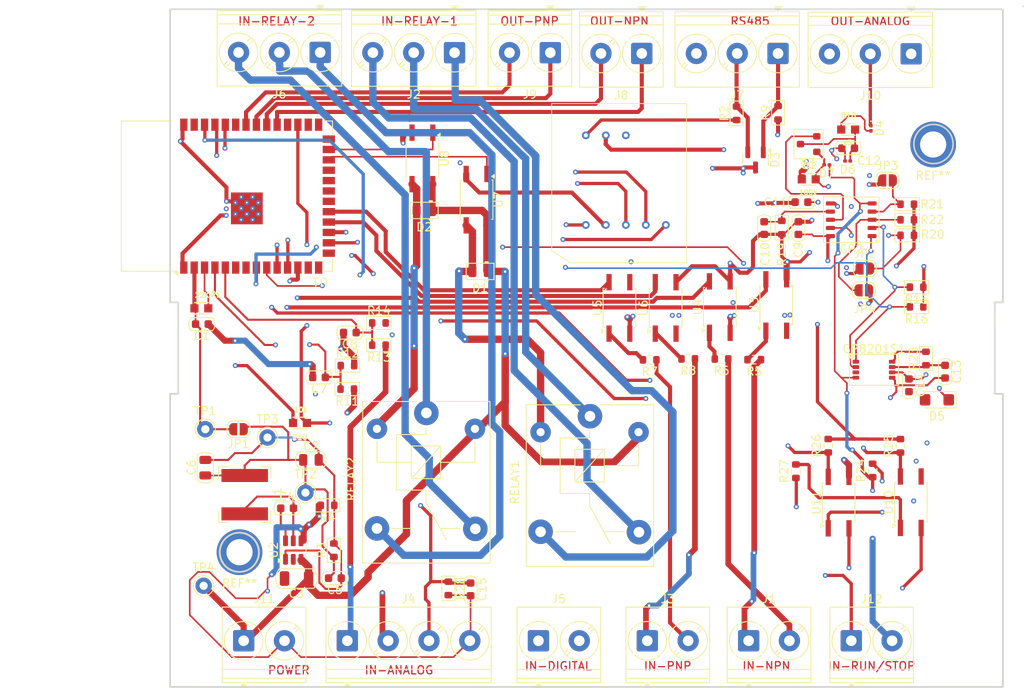
<source format=kicad_pcb>
(kicad_pcb (version 20241229) (generator "pcbnew") (generator_version "9.0")
  (layers (0 "F.Cu" signal) (4 "In1.Cu" signal) (6 "In2.Cu" signal) (2 "B.Cu" signal) (13 "F.Paste" user) (15 "B.Paste" user) (5 "F.SilkS" user "F.Silkscreen") (7 "B.SilkS" user "B.Silkscreen") (1 "F.Mask" user) (3 "B.Mask" user) (25 "Edge.Cuts" user))
  (net 0 "")
  (net 1 "GND")
  (net 2 "+3.3V")
  (net 3 "/BOARD/ANAG_0-32-IN")
  (net 4 "/BOARD/ANAG_0-10-IN")
  (net 5 "/BOARD/IN_mA-ANAG")
  (net 6 "/BOARD/RELAY1_COS")
  (net 7 "/BOARD/RELAY1_NC")
  (net 8 "/BOARD/RELAY1_NO")
  (net 9 "/BOARD/RELAY2_COS")
  (net 10 "/BOARD/RELA2_NO")
  (net 11 "/BOARD/RELAY2_NC")
  (net 12 "/BOARD/RS-485B")
  (net 13 "/BOARD/RS-485A")
  (net 14 "/BOARD/OUT_4-20mA-ANAG")
  (net 15 "/BOARD/IN_NPN2")
  (net 16 "/BOARD/IN_NPN1")
  (net 17 "/BOARD/IN-PNP2")
  (net 18 "/BOARD/IN-PNP1")
  (net 19 "/BOARD/IN_DIGITAL_1")
  (net 20 "VCC")
  (net 21 "Net-(U2-BST)")
  (net 22 "Net-(U2-SW)")
  (net 23 "Net-(R8-Pad2)")
  (net 24 "Net-(R7-Pad2)")
  (net 25 "Net-(U9-B)")
  (net 32 "Net-(R6-Pad2)")
  (net 33 "Net-(R5-Pad2)")
  (net 37 "Net-(U1-EN)")
  (net 39 "/BOARD/OUTPUT_NPN1")
  (net 41 "/BOARD/INPUT_NPN/OUTPUT_NPN1")
  (net 42 "/BOARD/INPUT_PNP/OUTPUT-PNP2")
  (net 44 "/BOARD/INPUT_NPN/OUTPUT_NPN2")
  (net 46 "/BOARD/OUTPUT-PNP1")
  (net 47 "/BOARD/OUTPUT_NPN2")
  (net 49 "Net-(U2-FB)")
  (net 50 "/BOARD/INPUT_PNP/OUTPUT-PNP1")
  (net 51 "Net-(JP1-A)")
  (net 52 "/BOARD/RS485-DRIVER/UART-IN")
  (net 53 "/BOARD/RS485-DRIVER/UART-OUT")
  (net 54 "/BOARD/OUTPUT-PNP2")
  (net 55 "Net-(D2-A)")
  (net 56 "Net-(D1-A)")
  (net 57 "/BOARD/RELAY-SETUP/ACT_RELAY2")
  (net 58 "/BOARD/RELAY-SETUP/ACT_RELAY1")
  (net 59 "Net-(U9-A)")
  (net 60 "/BOARD/RS485-DRIVER/~{TX}{slash}RX")
  (net 62 "/BOARD/~{RUN}{slash}STOP")
  (net 63 "/BOARD/VOLTAGE entrada/ANAG_0-10-OUT")
  (net 64 "/BOARD/VOLTAGE entrada/ANAG_0-32-OUT")
  (net 65 "Net-(GP2-V5V)")
  (net 66 "Net-(GP2-SET)")
  (net 67 "Net-(D4-A)")
  (net 68 "/BOARD/salida mA/SDA_OUT")
  (net 69 "Net-(GP2-A0)")
  (net 70 "i_out")
  (net 71 "Net-(GP2-A1)")
  (net 72 "Net-(GP2-A2)")
  (net 73 "/BOARD/salida mA/SCLK_OUT")
  (net 75 "/ANAG_V-OUT")
  (net 76 "Net-(D7-A2)")
  (net 77 "Net-(D6-A1)")
  (net 78 "Net-(GP8201S1-SEL)")
  (net 79 "/BOARD/ANAG_VOL-OUT")
  (net 80 "Net-(GP8201S1-V5V)")
  (net 82 "/BOARD/IN_DIGITAL_0")
  (net 83 "Net-(R24-Pad2)")
  (net 84 "/BOARD/DIG_IN/OUT_DIGITAL_0")
  (net 85 "/BOARD/DIG_IN/OUT_DIGITAL_1")
  (net 86 "Net-(R27-Pad2)")
  (footprint "PCM_Capacitor_SMD_AKL:C_0603_1608Metric" (layer "F.Cu") (at 157.844798 135.126939 -90)
    (property "Reference" "C15")
    (property "Value" "100nF" (hide yes))
  )
  (footprint "PCM_Resistor_SMD_AKL:R_0603_1608Metric" (layer "F.Cu") (at 211.335 89.858 180)
    (property "Reference" "R22")
    (property "Value" "10k" (hide yes))
  )
  (footprint "PCM_4ms_Resistor:R_0603" (layer "F.Cu") (at 199.27 84.905 180)
    (property "Reference" "R17")
    (property "Value" "100k")
  )
  (footprint "Package_SO:SO-4_4.4x3.6mm_P2.54mm" (layer "F.Cu") (at 158.5792 87.3946 -90)
    (property "Reference" "U7")
    (property "Value" "LTV-357TB")
  )
  (footprint "Diode_SMD:D_SMF" (layer "F.Cu") (at 214.9689 111.9072 180)
    (property "Reference" "D5")
    (property "Value" "SMF24A")
  )
  (footprint "PCM_Resistor_SMD_AKL:R_0603_1608Metric" (layer "F.Cu") (at 155.1248 135.007 -90)
    (property "Reference" "R28")
    (property "Value" "120" (hide yes))
  )
  (footprint "PCM_Resistor_SMD_AKL:R_0603_1608Metric" (layer "F.Cu") (at 195.968 90.811 -90)
    (property "Reference" "R19")
    (property "Value" "2.5k" (hide yes))
  )
  (footprint "Connector_Pin:Pin_D1.0mm_L10.0mm" (layer "F.Cu") (at 132.976 116.528 180)
    (property "Reference" "TP3")
    (property "Value" "TestPoint")
  )
  (footprint "Inductor_SMD:L_Bourns-SRN6028" (layer "F.Cu") (at 130.182 123.5262 90)
    (property "Reference" "L1")
    (property "Value" "6.8uH")
  )
  (footprint "PCM_Capacitor_SMD_AKL:C_0603_1608Metric" (layer "F.Cu") (at 124.9366 102.6342 180)
    (property "Reference" "C1")
    (property "Value" "1uF" (hide yes))
  )
  (footprint "Resistor_SMD:R_0603_1608Metric" (layer "F.Cu") (at 207.0932 120.5534 90)
    (property "Reference" "R24")
    (property "Value" "910")
  )
  (footprint "PCM_Resistor_SMD_AKL:R_0603_1608Metric" (layer "F.Cu") (at 212.478 100.526 180)
    (property "Reference" "R16")
    (property "Value" "4.7k" (hide yes))
  )
  (footprint "TerminalBlock_Phoenix:TerminalBlock_Phoenix_PT-1,5-2-5.0-H_1x02_P5.00mm_Horizontal" (layer "F.Cu") (at 179.498 141.4225)
    (property "Reference" "J3")
    (property "Value" "IN-PNP")
  )
  (footprint "PCM_Capacitor_SMD_AKL:C_0603_1608Metric" (layer "F.Cu") (at 193.809 90.874 -90)
    (property "Reference" "C10")
    (property "Value" "220pF" (hide yes))
  )
  (footprint "MountingHole:MountingHole_3.2mm_M3_DIN965_Pad" (layer "F.Cu") (at 129.547 130.5742 180)
    (property "Reference" "REF**")
    (property "Value" "MountingHole_3.2mm_M3_DIN965_Pad")
  )
  (footprint "Jumper:SolderJumper-2_P1.3mm_Open_RoundedPad1.0x1.5mm" (layer "F.Cu") (at 208.922 85.032)
    (property "Reference" "JP3")
    (property "Value" "SolderJumper_2_Open")
  )
  (footprint "PCM_4ms_Resistor:R_0603" (layer "F.Cu") (at 204.096 78.809 180)
    (property "Reference" "R18")
    (property "Value" "15")
  )
  (footprint "TerminalBlock_Phoenix:TerminalBlock_Phoenix_PT-1,5-3-5.0-H_1x03_P5.00mm_Horizontal" (layer "F.Cu") (at 139.4276 69.3602 180)
    (property "Reference" "J6")
    (property "Value" "IN-RELAY-2")
  )
  (footprint "PCM_Resistor_SMD_AKL:R_0603_1608Metric" (layer "F.Cu") (at 142.765 107.72)
    (property "Reference" "R12")
    (property "Value" "16k" (hide yes))
  )
  (footprint "PCM_Resistor_SMD_AKL:R_0603_1608Metric" (layer "F.Cu") (at 213.6264 106.8472 90)
    (property "Reference" "R23")
    (property "Value" "10k" (hide yes))
  )
  (footprint "TerminalBlock_Phoenix:TerminalBlock_Phoenix_PT-1,5-2-5.0-H_1x02_P5.00mm_Horizontal" (layer "F.Cu") (at 178.8192 69.4872 180)
    (property "Reference" "J8")
    (property "Value" "OUT-NPN")
  )
  (footprint "Diode_SMD:D_0201_0603Metric" (layer "F.Cu") (at 206.89 78.646 -90)
    (property "Reference" "D4")
    (property "Value" "1N4007")
  )
  (footprint "RF_Module:ESP32-S3-WROOM-1" (layer "F.Cu") (at 127.9848 86.9624 90)
    (property "Reference" "U1")
    (property "Value" "ESP32-S3-WROOM-1")
  )
  (footprint "Package_SO:SO-4_4.4x3.6mm_P2.54mm" (layer "F.Cu") (at 151.9498 82.34 -90)
    (property "Reference" "U8")
    (property "Value" "LTV-357TB")
  )
  (footprint "Resistor_SMD:R_0603_1608Metric" (layer "F.Cu") (at 197.6952 120.655 90)
    (property "Reference" "R27")
    (property "Value" "910")
  )
  (footprint "Resistor_SMD:R_0603_1608Metric" (layer "F.Cu") (at 201.6576 117.5318 90)
    (property "Reference" "R26")
    (property "Value" "412")
  )
  (footprint "Connector_Pin:Pin_D1.0mm_L10.0mm" (layer "F.Cu") (at 125.1528 134.689 180)
    (property "Reference" "TP4")
    (property "Value" "TestPoint")
  )
  (footprint "PCM_Resistor_SMD_AKL:R_0603_1608Metric" (layer "F.Cu") (at 212.478 98.113 180)
    (property "Reference" "R15")
    (property "Value" "4.7k" (hide yes))
  )
  (footprint "PCM_Capacitor_SMD_AKL:C_0603_1608Metric" (layer "F.Cu") (at 215.9664 108.4622 -90)
    (property "Reference" "C13")
    (property "Value" "1uF" (hide yes))
  )
  (footprint "PCM_Capacitor_SMD_AKL:C_0805_2012Metric" (layer "F.Cu") (at 138.2948 119.2712)
    (property "Reference" "C2")
    (property "Value" "22uF" (hide yes))
  )
  (footprint "Connector_Pin:Pin_D1.0mm_L10.0mm" (layer "F.Cu") (at 125.356 115.512 180)
    (property "Reference" "TP1")
    (property "Value" "TestPoint")
  )
  (footprint "Package_SO:SO-4_4.4x3.6mm_P2.54mm" (layer "F.Cu") (at 202.9276 124.5032 90)
    (property "Reference" "U11")
    (property "Value" "LTV-357TB")
  )
  (footprint "PCM_Diode_SMD_AKL:D_0805_2012Metric" (layer "F.Cu") (at 159.011 96.1826 180)
    (property "Reference" "D1")
    (property "Value" "CD4148WS" (hide yes))
  )
  (footprint "PCM_Resistor_SMD_AKL:R_0603_1608Metric" (layer "F.Cu") (at 195.5108 76.7516 90)
    (property "Reference" "R9")
    (property "Value" "120" (hide yes))
  )
  (footprint "Jumper:SolderJumper-2_P1.3mm_Open_RoundedPad1.0x1.5mm" (layer "F.Cu") (at 206.143 95.827)
    (property "Reference" "JP2")
    (property "Value" "SolderJumper_2_Open")
  )
  (footprint "PCM_Resistor_SMD_AKL:R_0603_1608Metric" (layer "F.Cu") (at 140.3288 124.8338 180)
    (property "Reference" "R4")
    (property "Value" "22k" (hide yes))
  )
  (footprint "PCM_Package_SO_AKL:OnSemi_Micro8" (layer "F.Cu") (at 207.2614 108.2222)
    (property "Reference" "GP8201S1")
    (property "Value" "~" (hide yes))
  )
  (footprint "PCM_Capacitor_SMD_AKL:C_0805_2012Metric" (layer "F.Cu") (at 125.356 120.2212 90)
    (property "Reference" "C6")
    (property "Value" "22uF" (hide yes))
  )
  (footprint "PCM_Diode_SMD_AKL:D_0805_2012Metric" (layer "F.Cu") (at 152.1784 88.715 180)
    (property "Reference" "D2")
    (property "Value" "CD4148WS" (hide yes))
  )
  (footprint "TerminalBlock_Phoenix:TerminalBlock_Phoenix_PT-1,5-3-5.0-H_1x03_P5.00mm_Horizontal" (layer "F.Cu") (at 195.507 69.4872 180)
    (property "Reference" "J7")
    (property "Value" "RS485")
  )
  (footprint "PCM_Capacitor_SMD_AKL:C_0603_1608Metric" (layer "F.Cu") (at 204.096 81.095 180)
    (property "Reference" "C12")
    (property "Value" "0.1uF" (hide yes))
  )
  (footprint "Resistor_SMD:R_0603_1608Metric" (layer "F.Cu") (at 192.59 106.99 180)
    (property "Reference" "R5")
    (property "Value" "910")
  )
  (footprint "PCM_4ms_Resistor:R_0603" (layer "F.Cu") (at 124.8734 100.7038)
    (property "Reference" "R1")
    (property "Value" "22K")
  )
  (footprint "Jumper:SolderJumper-2_P1.3mm_Open_RoundedPad1.0x1.5mm" (layer "F.Cu") (at 129.42 115.512 180)
    (property "Reference" "JP1")
    (property "Value" "SolderJumper_2_Open")
  )
  (footprint "TerminalBlock_Phoenix:TerminalBlock_Phoenix_PT-1,5-3-5.0-H_1x03_P5.00mm_Horizontal" (layer "F.Cu") (at 211.81 69.5355 180)
    (property "Reference" "J10")
    (property "Value" "OUT-ANALOG")
  )
  (footprint "Resistor_SMD:R_0603_1608Metric" (layer "F.Cu") (at 179.7882 107.0152 180)
    (property "Reference" "R7")
    (property "Value" "910")
  )
  (footprint "PCM_4ms_Resistor:R_0603" (layer "F.Cu") (at 136.952 114.75)
    (property "Reference" "R10")
    (property "Value" "10k")
  )
  (footprint "TerminalBlock_Phoenix:TerminalBlock_Phoenix_PT-1,5-2-5.0-H_1x02_P5.00mm_Horizontal" (layer "F.Cu") (at 191.904 141.42)
    (property "Reference" "J1")
    (property "Value" "IN-NPN")
  )
  (footprint "PCM_Resistor_SMD_AKL:R_0603_1608Metric" (layer "F.Cu") (at 211.335 91.763 180)
    (property "Reference" "R20")
    (property "Value" "10k" (hide yes))
  )
  (footprint "Relay_THT:Relay_SPDT_SANYOU_SRD_Series_Form_C" (layer "F.Cu") (at 172.473 113.9208 -90)
    (property "Reference" "RELAY1")
    (property "Value" "SANYOU_SRD_Form_C")
  )
  (footprint "PCM_Capacitor_SMD_AKL:C_0603_1608Metric" (layer "F.Cu") (at 141.231 133.7492 180)
    (property "Reference" "C5")
    (property "Value" "100PF" (hide yes))
  )
  (footprint "Package_SO:SO-4_4.4x3.6mm_P2.54mm" (layer "F.Cu") (at 211.7668 124.4524 90)
    (property "Reference" "U10")
    (property "Value" "LTV-357TB")
  )
  (footprint "PCM_Resistor_SMD_AKL:R_0603_1608Metric" (layer "F.Cu") (at 142.745 110.6 180)
    (property "Reference" "R11")
    (property "Value" "51k" (hide yes))
  )
  (footprint "TerminalBlock_Phoenix:TerminalBlock_Phoenix_PT-1,5-4-5.0-H_1x04_P5.00mm_Horizontal" (layer "F.Cu") (at 142.755 141.42)
    (property "Reference" "J4")
    (property "Value" "IN-ANALOG")
  )
  (footprint "PCM_Capacitor_SMD_AKL:C_1206_3216Metric" (layer "F.Cu") (at 136.532 133.8 180)
    (property "Reference" "C3")
    (property "Value" "10uF" (hide yes))
  )
  (footprint "PCM_Resistor_SMD_AKL:R_0603_1608Metric" (layer "F.Cu") (at 146.62 105.215 180)
    (property "Reference" "R13")
    (property "Value" "51k" (hide yes))
  )
  (footprint "Resistor_SMD:R_0603_1608Metric" (layer "F.Cu") (at 210.4968 117.544 90)
    (property "Reference" "R25")
    (property "Value" "412")
  )
  (footprint "Resistor_SMD:R_0603_1608Metric" (layer "F.Cu") (at 188.585 106.91 180)
    (property "Reference" "R6")
    (property "Value" "910")
  )
  (footprint "Resistor_SMD:R_0603_1608Metric" (layer "F.Cu") (at 184.508 106.9014 180)
    (property "Reference" "R8")
    (property "Value" "910")
  )
  (footprint "TerminalBlock_Phoenix:TerminalBlock_Phoenix_PT-1,5-2-5.0-H_1x02_P5.00mm_Horizontal" (layer "F.Cu") (at 130.055 141.42)
    (property "Reference" "J11")
    (property "Value" "POWER")
  )
  (footprint "PCM_Resistor_SMD_AKL:R_0603_1608Metric" (layer "F.Cu") (at 190.4308 76.8146 90)
    (property "Reference" "R2")
    (property "Value" "120" (hide yes))
  )
  (footprint "PCM_Package_TO_SOT_SMD_AKL:SOT-23" (layer "F.Cu") (at 199.254 80.587 180)
    (property "Reference" "Q1")
    (property "Value" "AO3401A" (hide yes))
  )
  (footprint "Jumper:SolderJumper-2_P1.3mm_Open_RoundedPad1.0x1.5mm" (layer "F.Cu") (at 206.016 98.494 180)
    (property "Reference" "JP4")
    (property "Value" "SolderJumper_2_Open")
  )
  (footprint "Package_TO_SOT_SMD:SOT-23" (layer "F.Cu") (at 192.7524 82.5151 -90)
    (property "Reference" "D3")
    (property "Value" "SM712_SOT23")
  )
  (footprint "TerminalBlock_Phoenix:TerminalBlock_Phoenix_PT-1,5-2-5.0-H_1x02_P5.00mm_Horizontal" (layer "F.Cu") (at 166.163 141.4225)
    (property "Reference" "J5")
    (property "Value" "IN-DIGITAL")
  )
  (footprint "Relay_THT:Relay_SPDT_SANYOU_SRD_Series_Form_C" (layer "F.Cu") (at 152.4324 113.5144 -90)
    (property "Reference" "RELAY2")
    (property "Value" "SANYOU_SRD_Form_C")
  )
  (footprint "PCM_Resistor_SMD_AKL:R_0603_1608Metric" (layer "F.Cu") (at 211.335 87.953 180)
    (property "Reference" "R21")
    (property "Value" "10k" (hide yes))
  )
  (footprint "Package_TO_SOT_SMD:TSOT-23-6" (layer "F.Cu") (at 136.1311 130.31 90)
    (property "Reference" "U2")
    (property "Value" "AP63200WU")
  )
  (footprint "PCM_Capacitor_SMD_AKL:C_0603_1608Metric" (layer "F.Cu") (at 198 90.874 90)
    (property "Reference" "C9")
    (property "Value" "1uF" (hide yes))
  )
  (footprint "TerminalBlock_Phoenix:TerminalBlock_Phoenix_PT-1,5-2-5.0-H_1x02_P5.00mm_Horizontal" (layer "F.Cu") (at 167.6178 69.3856 180)
    (property "Reference" "J9")
    (property "Value" "OUT-PNP")
  )
  (footprint "PCM_Capacitor_SMD_AKL:C_0603_1608Metric" (layer "F.Cu") (at 139.285 109.16 180)
    (property "Reference" "C7")
    (property "Value" "100nF" (hide yes))
  )
  (footprint "TerminalBlock_Phoenix:TerminalBlock_Phoenix_PT-1,5-2-5.0-H_1x02_P5.00mm_Horizontal" (layer "F.Cu") (at 204.477 141.42)
    (property "Reference" "J12")
    (property "Value" "IN-RUN/STOP")
  )
  (footprint "Package_SO:SO-4_4.4x3.6mm_P2.54mm" (layer "F.Cu") (at 181.744 100.6526 90)
    (property "Reference" "U6")
    (property "Value" "LTV-357TB")
  )
  (footprint "Diode_SMD:D_0201_0603Metric" (layer "F.Cu") (at 204.0325 82.66 180)
    (property "Reference" "D6")
    (property "Value" "SMF24A")
  )
  (footprint "PCM_Resistor_SMD_AKL:R_0603_1608Metric" (layer "F.Cu") (at 146.62 102.495)
    (property "Reference" "R14")
    (property "Value" "16k" (hide yes))
  )
  (footprint "PCM_Capacitor_SMD_AKL:C_0603_1608Metric" (layer "F.Cu") (at 135.376 125.1894)
    (property "Reference" "C4")
    (property "Value" "100nF" (hide yes))
  )
  (footprint "Diode_SMD:D_0201_0603Metric" (layer "F.Cu") (at 201.48 83.13 180)
    (property "Reference" "D7")
    (property "Value" "SMF24A")
  )
  (footprint "TerminalBlock_Phoenix:TerminalBlock_Phoenix_PT-1,5-3-5.0-H_1x03_P5.00mm_Horizontal" (layer "F.Cu") (at 155.883 69.3856 180)
    (property "Reference" "J2")
    (property "Value" "IN-RELAY-1")
  )
  (footprint "PCM_Capacitor_SMD_AKL:C_0603_1608Metric" (layer "F.Cu") (at 211.5464 110.1322 -90)
    (property "Reference" "C14")
    (property "Value" "100nF" (hide yes))
  )
  (footprint "PCM_Resistor_SMD_AKL:R_0603_1608Metric" (layer "F.Cu") (at 141.104 130.3324 90)
    (property "Reference" "R3")
    (property "Value" "22k" (hide yes))
  )
  (footprint "Package_SO:SO-4_4.4x3.6mm_P2.54mm" (layer "F.Cu") (at 188.3734 100.5514 90)
    (property "Reference" "U4")
    (property "Value" "LTV-357TB")
  )
  (footprint "PCM_Capacitor_SMD_AKL:C_0603_1608Metric" (layer "F.Cu") (at 143.06 103.67 180)
    (property "Reference" "C8")
    (property "Value" "100nF" (hide yes))
  )
  (footprint "PCM_Package_SO_AKL:SSOP-10_3.9x4.9mm_P1.00mm" (layer "F.Cu") (at 204.477 89.858 180)
    (property "Reference" "GP2")
    (property "Value" "~" (hide yes))
  )
  (footprint "MountingHole:MountingHole_3.2mm_M3_DIN965_Pad" (layer "F.Cu") (at 214.51 80.6378 180)
    (property "Reference" "REF**")
    (property "Value" "MountingHole_3.2mm_M3_DIN965_Pad" (hide yes))
  )
  (footprint "Connector_Pin:Pin_D1.0mm_L10.0mm" (layer "F.Cu") (at 137.6242 123.2844 180)
    (property "Reference" "TP2")
    (property "Value" "TestPoint")
  )
  (footprint "RSM3485ECHT:RSM3485ECHT" (layer "F.Cu") (at 184.285 85.373 90)
    (property "Reference" "U9" (hide yes))
    (property "Value" "~")
  )
  (footprint "Package_SO:SO-4_4.4x3.6mm_P2.54mm" (layer "F.Cu") (at 176.0798 100.653 90)
    (property "Reference" "U5")
    (property "Value" "LTV-357TB")
  )
  (footprint "Package_SO:SO-4_4.4x3.6mm_P2.54mm" (layer "F.Cu") (at 195.2885 100.2974 90)
    (property "Reference" "U3")
    (property "Value" "LTV-357TB")
  )
  (footprint "PCM_Capacitor_SMD_AKL:C_0603_1608Metric" (layer "F.Cu") (at 198.381 87.699 180)
    (property "Reference" "C11")
    (property "Value" "1uF" (hide yes))
  )
  (gr_line (start 222.047 101.5242) (end 222.047 108.0742) (stroke (width 0.2)) (layer "Edge.Cuts"))
  (gr_line (start 225.546994 63.724217) (end 225.547 63.724217) (stroke (width 0.2)) (layer "Edge.Cuts"))
  (gr_circle (center 129.547 130.5742) (end 129.547 129.1742) (stroke (width 0.2)) (fill no) (layer "Edge.Cuts"))
  (gr_line (start 222.047 99.9742) (end 222.047 103.0742) (stroke (width 0.2)) (layer "Edge.Cuts"))
  (gr_line (start 122.047 99.9742) (end 122.047 103.0742) (stroke (width 0.2)) (layer "Edge.Cuts"))
  (gr_line (start 122.047 108.0742) (end 122.047 111.1742) (stroke (width 0.2)) (layer "Edge.Cuts"))
  (gr_line (start 122.047 103.0742) (end 122.047 108.0742) (stroke (width 0.2)) (layer "Edge.Cuts"))
  (gr_line (start 121.047 64.0742) (end 121.047 99.9742) (stroke (width 0.2)) (layer "Edge.Cuts"))
  (gr_line (start 223.047 147.0742) (end 223.047 111.1742) (stroke (width 0.2)) (layer "Edge.Cuts"))
  (gr_circle (center 214.547001 80.5742) (end 214.547001 79.1742) (stroke (width 0.2)) (fill no) (layer "Edge.Cuts"))
  (gr_line (start 222.047 111.1742) (end 223.047 111.1742) (stroke (width 0.2)) (layer "Edge.Cuts"))
  (gr_line (start 122.047 111.1742) (end 121.047 111.1742) (stroke (width 0.2)) (layer "Edge.Cuts"))
  (gr_line (start 223.047 99.9742) (end 223.047 64.0742) (stroke (width 0.2)) (layer "Edge.Cuts"))
  (gr_line (start 121.047 99.9742) (end 122.047 99.9742) (stroke (width 0.2)) (layer "Edge.Cuts"))
  (gr_line (start 121.047 147.0742) (end 223.047 147.0742) (stroke (width 0.2)) (layer "Edge.Cuts"))
  (gr_line (start 222.047 108.0742) (end 222.047 111.1742) (stroke (width 0.2)) (layer "Edge.Cuts"))
  (gr_circle (center 129.5 130.6) (end 129.5 128.2) (stroke (width 0.2)) (fill no) (layer "Edge.Cuts"))
  (gr_circle (center 129.547 130.5742) (end 129.547 128.1742) (stroke (width 0.2)) (fill no) (layer "Edge.Cuts"))
  (gr_line (start 121.047 111.1742) (end 121.047 147.0742) (stroke (width 0.2)) (layer "Edge.Cuts"))
  (gr_line (start 223.047 64.0742) (end 121.047 64.0742) (stroke (width 0.2)) (layer "Edge.Cuts"))
  (gr_circle (center 214.547001 80.5742) (end 214.547001 78.1742) (stroke (width 0.2)) (fill no) (layer "Edge.Cuts"))
  (gr_circle (center 129.5 130.6) (end 129.5 129.2) (stroke (width 0.2)) (fill no) (layer "Edge.Cuts"))
  (gr_line (start 223.047 99.9742) (end 222.047 99.9742) (stroke (width 0.2)) (layer "Edge.Cuts"))
  (segment (start 177.1178 101.818) (end 177.045 101.818) (width 0.75) (layer "F.Cu") (net 1))
  (segment (start 177.3498 103.803) (end 177.3498 102.05) (width 0.5) (layer "F.Cu") (net 1))
  (segment (start 210 110.9288) (end 209.2776 111.6512) (width 0.25) (layer "F.Cu") (net 1))
  (segment (start 192.7524 83.4526) (end 191.3498 83.4526) (width 0.5) (layer "F.Cu") (net 1))
  (segment (start 125.857378 132.988) (end 129.089925 136.220547) (width 0.2) (layer "F.Cu") (net 1))
  (segment (start 209.8364 110.1272) (end 209.8364 109.5472) (width 0.25) (layer "F.Cu") (net 1))
  (segment (start 129.0136 104.6662) (end 127.7436 104.6662) (width 0.75) (layer "F.Cu") (net 1))
  (segment (start 132.976 135.324) (end 132.976 133.8) (width 0.2) (layer "F.Cu") (net 1))
  (segment (start 206.61 100.09) (end 206.847 99.853) (width 0.5) (layer "F.Cu") (net 1))
  (segment (start 137.2321 127.8449) (end 137.2321 127.704) (width 0.75) (layer "F.Cu") (net 1))
  (segment (start 139.1786 124.5086) (end 139.5038 124.8338) (width 0.2) (layer "F.Cu") (net 1))
  (segment (start 202.438 87.858) (end 201.927 87.858) (width 0.4) (layer "F.Cu") (net 1))
  (segment (start 202.08 81.77) (end 202.7 82.39) (width 0.2) (layer "F.Cu") (net 1))
  (segment (start 123.4518 133.984422) (end 124.448222 132.988) (width 0.2) (layer "F.Cu") (net 1))
  (segment (start 198.42 84.905) (end 198.42 83.98) (width 0.75) (layer "F.Cu") (net 1))
  (segment (start 202.8 88.22) (end 202.438 87.858) (width 0.4) (layer "F.Cu") (net 1))
  (segment (start 138.51 109.16) (end 138.51 107.754) (width 0.75) (layer "F.Cu") (net 1))
  (segment (start 127.9468 87.5974) (end 127.9468 85.8868) (width 0.5) (layer "F.Cu") (net 1))
  (segment (start 157.3092 84.9246) (end 157.3092 84.2446) (width 0.75) (layer "F.Cu") (net 1))
  (segment (start 191.2436 83.5588) (end 187.4844 83.5588) (width 0.5) (layer "F.Cu") (net 1))
  (segment (start 127.9468 85.8868) (end 122.3 80.24) (width 0.5) (layer "F.Cu") (net 1))
  (segment (start 203.321 81.095) (end 202.345 81.095) (width 0.2) (layer "F.Cu") (net 1))
  (segment (start 215.9664 109.2372) (end 214.6864 109.2372) (width 0.25) (layer "F.Cu") (net 1))
  (segment (start 122.5688 93.9864) (end 122.5688 95.7124) (width 0.5) (layer "F.Cu") (net 1))
  (segment (start 210 110.2908) (end 210 110.9288) (width 0.25) (layer "F.Cu") (net 1))
  (segment (start 208.091 85.213) (end 208.091 85.032) (width 0.75) (layer "F.Cu") (net 1))
  (segment (start 197.515 87.79) (end 197.606 87.699) (width 0.5) (layer "F.Cu") (net 1))
  (segment (start 192.441 92.464918) (end 193.256918 91.649) (width 0.5) (layer "F.Cu") (net 1))
  (segment (start 142.285 103.67) (end 142.285 105.345) (width 0.75) (layer "F.Cu") (net 1))
  (segment (start 206.847 99.853) (end 206.847 98.494) (width 0.5) (layer "F.Cu") (net 1))
  (segment (start 170.254663 86.5232) (end 158.9078 86.5232) (width 0.5) (layer "F.Cu") (net 1))
  (segment (start 195.968 91.636) (end 195.968 94.3538) (width 0.4) (layer "F.Cu") (net 1))
  (segment (start 196.5585 97.1474) (end 196.5585 95.0841) (width 0.75) (layer "F.Cu") (net 1))
  (segment (start 128.8798 87.5974) (end 129.0448 87.7624) (width 0.5) (layer "F.Cu") (net 1))
  (segment (start 209.8364 110.1272) (end 210 110.2908) (width 0.25) (layer "F.Cu") (net 1))
  (segment (start 195.968 91.636) (end 196.21417 91.636) (width 0.4) (layer "F.Cu") (net 1))
  (segment (start 204.1976 121.3532) (end 204.1976 119.8808) (width 0.75) (layer "F.Cu") (net 1))
  (segment (start 127.2306 89.3246) (end 122.5688 93.9864) (width 0.5) (layer "F.Cu") (net 1))
  (segment (start 174.224463 90.493) (end 170.254663 86.5232) (width 0.5) (layer "F.Cu") (net 1))
  (segment (start 155.1248 135.832) (end 157.774859 135.832) (width 0.2) (layer "F.Cu") (net 1))
  (segment (start 157.844798 141.330202) (end 157.755 141.42) (width 0.2) (layer "F.Cu") (net 1))
  (segment (start 203.715 81.489) (end 203.321 81.095) (width 0.2) (layer "F.Cu") (net 1))
  (segment (start 138.056 127.196) (end 138.276951 127.196) (width 0.75) (layer "F.Cu") (net 1))
  (segment (start 190.81324 96.341) (end 191.76676 96.341) (width 0.5) (layer "F.Cu") (net 1))
  (segment (start 189.6434 95.17116) (end 190.81324 96.341) (width 0.5) (layer "F.Cu") (net 1))
  (segment (start 191.3498 83.4526) (end 191.2436 83.5588) (width 0.5) (layer "F.Cu") (net 1))
  (segment (start 196.21417 91.636) (end 197.75117 90.099) (width 0.2) (layer "F.Cu") (net 1))
  (segment (start 124.448222 132.988) (end 125.857378 132.988) (width 0.2) (layer "F.Cu") (net 1))
  (segment (start 193.02 87.85) (end 195.06 87.85) (width 0.5) (layer "F.Cu") (net 1))
  (segment (start 191.2436 83.5588) (end 191.2436 84.1176) (width 0.5) (layer "F.Cu") (net 1))
  (segment (start 196.6284 95.0142) (end 198.2158 95.0142) (width 0.4) (layer "F.Cu") (net 1))
  (segment (start 155.754 143.421) (end 137.056 143.421) (width 0.2) (layer "F.Cu") (net 1))
  (segment (start 196.5585 95.0841) (end 196.6284 95.0142) (width 0.75) (layer "F.Cu") (net 1))
  (segment (start 158.9078 86.5232) (end 157.3092 84.9246) (width 0.5) (layer "F.Cu") (net 1))
  (segment (start 150.6798 79.19) (end 149.6098 79.19) (width 0.75) (layer "F.Cu") (net 1))
  (segment (start 213.7964 110.1272) (end 209.8364 110.1272) (width 0.25) (layer "F.Cu") (net 1))
  (segment (start 191.76676 96.341) (end 192.441 95.66676) (width 0.5) (layer "F.Cu") (net 1))
  (segment (start 187.7924 95.5504) (end 184.9662 95.5504) (width 0.5) (layer "F.Cu") (net 1))
  (segment (start 195.968 94.3538) (end 196.6284 95.0142) (width 0.4) (layer "F.Cu") (net 1))
  (segment (start 133.054 143.421) (end 128.604156 143.421) (width 0.2) (layer "F.Cu") (net 1))
  (segment (start 198.2158 95.0142) (end 199.37 93.86) (width 0.4) (layer "F.Cu") (net 1))
  (segment (start 214.6864 109.2372) (end 213.7964 110.1272) (width 0.25) (layer "F.Cu") (net 1))
  (segment (start 157.755 141.42) (end 155.754 143.421) (width 0.2) (layer "F.Cu") (net 1))
  (segment (start 184.9662 95.5504) (end 183.014 97.5026) (width 0.5) (layer "F.Cu") (net 1))
  (segment (start 135.055 141.42) (end 133.054 143.421) (width 0.2) (layer "F.Cu") (net 1))
  (segment (start 205.487 95.833) (end 205.487 95.827) (width 0.4) (layer "F.Cu") (net 1))
  (segment (start 174.415 90.493) (end 174.224463 90.493) (width 0.75) (layer "F.Cu") (net 1))
  (segment (start 204.88 96.44) (end 205.487 95.833) (width 0.4) (layer "F.Cu") (net 1))
  (segment (start 142.285 105.345) (end 141.99 105.64) (width 0.75) (layer "F.Cu") (net 1))
  (segment (start 137.056 143.421) (end 135.055 141.42) (width 0.2) (layer "F.Cu") (net 1))
  (segment (start 192.441 95.66676) (end 192.441 92.464918) (width 0.5) (layer "F.Cu") (net 1))
  (segment (start 202.08 81.36) (end 202.08 81.77) (width 0.2) (layer "F.Cu") (net 1))
  (segment (start 122.3 80.24) (end 122.5688 79.9712) (width 0.5) (layer "F.Cu") (net 1))
  (segment (start 198 90.099) (end 199.485 90.099) (width 0.5) (layer "F.Cu") (net 1))
  (segment (start 206.68 85.54) (end 207.764 85.54) (width 0.5) (layer "F.Cu") (net 1))
  (segment (start 203.91 96.44) (end 204.88 96.44) (width 0.4) (layer "F.Cu") (net 1))
  (segment (start 202.345 81.095) (end 202.08 81.36) (width 0.2) (layer "F.Cu") (net 1))
  (segment (start 139.241 126.231951) (end 139.241 124.8338) (width 0.75) (layer "F.Cu") (net 1))
  (segment (start 207.764 85.54) (end 208.091 85.213) (width 0.5) (layer "F.Cu") (net 1))
  (segment (start 132.699156 135.324) (end 132.976 135.324) (width 0.2) (layer "F.Cu") (net 1))
  (segment (start 193.822 91.636) (end 193.809 91.649) (width 0.75) (layer "F.Cu") (net 1))
  (segment (start 127.7436 104.6662) (end 125.7116 102.6342) (width 0.75) (layer "F.Cu") (net 1))
  (segment (start 137.4071 127.8449) (end 137.4071 129.1725) (width 0.75) (layer "F.Cu") (net 1))
  (segment (start 193.256918 91.649) (end 193.809 91.649) (width 0.5) (layer "F.Cu") (net 1))
  (segment (start 143.59 106.65) (end 142.285 105.345) (width 0.75) (layer "F.Cu") (net 1))
  (segment (start 203.715 82.746) (end 203.715 81.489) (width 0.2) (layer "F.Cu") (net 1))
  (segment (start 195.12 87.79) (end 197.515 87.79) (width 0.5) (layer "F.Cu") (net 1))
  (segment (start 128.604156 143.421) (end 123.4518 138.268644) (width 0.2) (layer "F.Cu") (net 1))
  (segment (start 143.59 107.72) (end 143.59 106.65) (width 0.75) (layer "F.Cu") (net 1))
  (segment (start 137.4071 127.8449) (end 137.2321 127.8449) (width 0.75) (layer "F.Cu") (net 1))
  (segment (start 189.6434 95.1666) (end 189.6434 95.17116) (width 0.5) (layer "F.Cu") (net 1))
  (segment (start 189.6434 97.4014) (end 187.7924 95.5504) (width 0.5) (layer "F.Cu") (net 1))
  (segment (start 149.5876 79.2122) (end 149.5876 80.1714) (width 0.75) (layer "F.Cu") (net 1))
  (segment (start 138.51 107.754) (end 138.286 107.53) (width 0.75) (layer "F.Cu") (net 1))
  (segment (start 189.6434 101.8434) (end 189.6688 101.818) (width 0.75) (layer "F.Cu") (net 1))
  (segment (start 204.1976 119.8808) (end 203.588 119.2712) (width 0.75) (layer "F.Cu") (net 1))
  (segment (start 132.976 133.8) (end 133.484 133.292) (width 0.2) (layer "F.Cu") (net 1))
  (segment (start 195.968 91.636) (end 193.822 91.636) (width 0.4) (layer "F.Cu") (net 1))
  (segment (start 122.5688 79.9712) (end 122.5688 78.2124) (width 0.5) (layer "F.Cu") (net 1))
  (segment (start 127.9468 87.5974) (end 128.8798 87.5974) (width 0.5) (layer "F.Cu") (net 1))
  (segment (start 157.844798 135.901939) (end 157.844798 141.330202) (width 0.2) (layer "F.Cu") (net 1))
  (segment (start 129.089925 136.220547) (end 131.802609 136.220547) (width 0.2) (layer "F.Cu") (net 1))
  (segment (start 209.8364 109.5472) (end 209.4864 109.1972) (width 0.25) (layer "F.Cu") (net 1))
  (segment (start 123.4518 138.268644) (end 123.4518 133.984422) (width 0.2) (layer "F.Cu") (net 1))
  (segment (start 131.802609 136.220547) (end 132.699156 135.324) (width 0.2) (layer "F.Cu") (net 1))
  (segment (start 138.276951 127.196) (end 139.241 126.231951) (width 0.75) (layer "F.Cu") (net 1))
  (segment (start 157.774859 135.832) (end 157.844798 135.901939) (width 0.2) (layer "F.Cu") (net 1))
  (segment (start 189.6434 103.7014) (end 189.6434 101.8434) (width 0.5) (layer "F.Cu") (net 1))
  (segment (start 127.9214 89.3246) (end 127.2306 89.3246) (width 0.5) (layer "F.Cu") (net 1))
  (segment (start 177.3498 102.05) (end 177.1178 101.818) (width 0.75) (layer "F.Cu") (net 1))
  (segment (start 199.485 90.099) (end 199.65 89.934) (width 0.5) (layer "F.Cu") (net 1))
  (segment (start 197.75117 90.099) (end 198 90.099) (width 0.2) (layer "F.Cu") (net 1))
  (segment (start 198.42 83.98) (end 198.93 83.47) (width 0.75) (layer "F.Cu") (net 1))
  (segment (start 195.06 87.85) (end 195.12 87.79) (width 0.5) (layer "F.Cu") (net 1))
  (segment (start 138.056 127.196) (end 137.4071 127.8449) (width 0.75) (layer "F.Cu") (net 1))
  (segment (start 149.6098 79.19) (end 149.5876 79.2122) (width 0.75) (layer "F.Cu") (net 1))
  (segment (start 189.6434 97.4014) (end 189.6434 95.1666) (width 0.5) (layer "F.Cu") (net 1))
  (via (at 196.984 101.5166) (size 0.6) (drill 0.3) (layers "F.Cu" "B.Cu") (net 1))
  (via (at 182.5568 101.5674) (size 0.6) (drill 0.3) (layers "F.Cu" "B.Cu") (net 1))
  (via (at 206.68 85.54) (size 0.6) (drill 0.3) (layers "F.Cu" "B.Cu") (net 1))
  (via (at 177.5 95) (size 0.6) (drill 0.3) (layers "F.Cu" "B.Cu") (net 1))
  (via (at 189.6434 95.1666) (size 0.6) (drill 0.3) (layers "F.Cu" "B.Cu") (net 1))
  (via (at 202.7 82.39) (size 0.6) (drill 0.3) (layers "F.Cu" "B.Cu") (net 1))
  (via (at 189.6688 101.669) (size 0.6) (drill 0.3) (layers "F.Cu" "B.Cu") (net 1))
  (via (at 213.748 117.1884) (size 0.6) (drill 0.3) (layers "F.Cu" "B.Cu") (net 1))
  (via (at 138.056 127.196) (size 0.6) (drill 0.3) (layers "F.Cu" "B.Cu") (net 1))
  (via (at 196.3236 101.5674) (size 0.6) (drill 0.3) (layers "F.Cu" "B.Cu") (net 1))
  (via (at 138.84 111.2) (size 0.6) (drill 0.3) (layers "F.Cu" "B.Cu") (net 1))
  (via (at 139.326 126.18) (size 0.6) (drill 0.3) (layers "F.Cu" "B.Cu") (net 1))
  (via (at 133.484 133.292) (size 0.6) (drill 0.3) (layers "F.Cu" "B.Cu") (net 1))
  (via (at 190.1514 101.5928) (size 0.6) (drill 0.3) (layers "F.Cu" "B.Cu") (net 1))
  (via (at 206.61 100.09) (size 0.6) (drill 0.3) (layers "F.Cu" "B.Cu") (net 1))
  (via (at 191.2436 83.5588) (size 0.6) (drill 0.3) (layers "F.Cu" "B.Cu") (net 1))
  (via (at 195.12 87.79) (size 0.6) (drill 0.3) (layers "F.Cu" "B.Cu") (net 1))
  (via (at 177.7308 101.669) (size 0.6) (drill 0.3) (layers "F.Cu" "B.Cu") (net 1))
  (via (at 141.99 105.64) (size 0.6) (drill 0.3) (layers "F.Cu" "B.Cu") (net 1))
  (via (at 187.484402 83.558799) (size 0.6) (drill 0.3) (layers "F.Cu" "B.Cu") (net 1))
  (via (at 190 100) (size 0.6) (drill 0.3) (layers "F.Cu" "B.Cu") (net 1))
  (via (at 205.61 100.17) (size 0.6) (drill 0.3) (layers "F.Cu" "B.Cu") (net 1))
  (via (at 122.3 80.24) (size 0.6) (drill 0.3) (layers "F.Cu" "B.Cu") (net 1))
  (via (at 207.0932 128.9232) (size 0.6) (drill 0.3) (layers "F.Cu" "B.Cu") (net 1))
  (via (at 127.9468 87.5974) (size 0.6) (drill 0.3) (layers "F.Cu" "B.Cu") (net 1))
  (via (at 202.8 88.22) (size 0.6) (drill 0.3) (layers "F.Cu" "B.Cu") (net 1))
  (via (at 137.04 127.704) (size 0.6) (drill 0.3) (layers "F.Cu" "B.Cu") (net 1))
  (via (at 191.2436 84.1176) (size 0.6) (drill 0.3) (layers "F.Cu" "B.Cu") (net 1))
  (via (at 202.08 81.36) (size 0.6) (drill 0.3) (layers "F.Cu" "B.Cu") (net 1))
  (via (at 156.5726 82.873) (size 0.6) (drill 0.3) (layers "F.Cu" "B.Cu") (net 1))
  (via (at 206.72 84.45) (size 0.6) (drill 0.3) (layers "F.Cu" "B.Cu") (net 1))
  (via (at 198.97 82.7) (size 0.6) (drill 0.3) (layers "F.Cu" "B.Cu") (net 1))
  (via (at 177.045 101.7452) (size 0.6) (drill 0.3) (layers "F.Cu" "B.Cu") (net 1))
  (via (at 212.1224 124.3004) (size 0.6) (drill 0.3) (layers "F.Cu" "B.Cu") (net 1))
  (via (at 212.4272 119.4236) (size 0.6) (drill 0.3) (layers "F.Cu" "B.Cu") (net 1))
  (via (at 127.9214 89.3246) (size 0.6) (drill 0.3) (layers "F.Cu" "B.Cu") (net 1))
  (via (at 148.25 103.95) (size 0.6) (drill 0.3) (layers "F.Cu" "B.Cu") (net 1))
  (via (at 203.91 96.44) (size 0.6) (drill 0.3) (layers "F.Cu" "B.Cu") (net 1))
  (via (at 203.89 95.73) (size 0.6) (drill 0.3) (layers "F.Cu" "B.Cu") (net 1))
  (via (at 138.13 107.53) (size 0.6) (drill 0.3) (layers "F.Cu" "B.Cu") (net 1))
  (via (at 129.0136 104.6662) (size 0.6) (drill 0.3) (layers "F.Cu" "B.Cu") (net 1))
  (via (at 149.5876 80.46) (size 0.6) (drill 0.3) (layers "F.Cu" "B.Cu") (net 1))
  (via (at 132.976 135.324) (size 0.6) (drill 0.3) (layers "F.Cu" "B.Cu") (net 1))
  (via (at 204.48 88.23) (size 0.6) (drill 0.3) (layers "F.Cu" "B.Cu") (net 1))
  (via (at 199.37 93.86) (size 0.6) (drill 0.3) (layers "F.Cu" "B.Cu") (net 1))
  (via (at 183.3696 101.5674) (size 0.6) (drill 0.3) (layers "F.Cu" "B.Cu") (net 1))
  (via (at 193.02 87.85) (size 0.6) (drill 0.3) (layers "F.Cu" "B.Cu") (net 1))
  (via (at 199.65 89.91) (size 0.6) (drill 0.3) (layers "F.Cu" "B.Cu") (net 1))
  (via (at 203.588 119.2712) (size 0.6) (drill 0.3) (layers "F.Cu" "B.Cu") (net 1))
  (via (at 209.2776 111.6512) (size 0.6) (drill 0.3) (layers "F.Cu" "B.Cu") (net 1))
  (via (at 198.93 83.47) (size 0.6) (drill 0.3) (layers "F.Cu" "B.Cu") (net 1))
  (via (at 127.9214 88.5118) (size 0.6) (drill 0.3) (layers "F.Cu" "B.Cu") (net 1))
  (via (at 196.6284 95.0142) (size 0.6) (drill 0.3) (layers "F.Cu" "B.Cu") (net 1))
  (segment (start 134.0828 127.5232) (end 134.0828 132.6932) (width 0.75) (layer "B.Cu") (net 1))
  (segment (start 137.04 127.704) (end 136.8592 127.5232) (width 0.75) (layer "B.Cu") (net 1))
  (segment (start 138.13 107.53) (end 133.0896 107.53) (width 0.75) (layer "B.Cu") (net 1))
  (segment (start 133.0896 107.53) (end 130.2258 104.6662) (width 0.75) (layer "B.Cu") (net 1))
  (segment (start 136.8592 127.5232) (end 134.0828 127.5232) (width 0.75) (layer "B.Cu") (net 1))
  (segment (start 209.477 141.42) (end 207.0932 139.0362) (width 0.75) (layer "B.Cu") (net 1))
  (segment (start 134.0828 132.6932) (end 133.484 133.292) (width 0.75) (layer "B.Cu") (net 1))
  (segment (start 207.0932 139.0362) (end 207.0932 128.9232) (width 0.75) (layer "B.Cu") (net 1))
  (segment (start 130.2258 104.6662) (end 129.0136 104.6662) (width 0.75) (layer "B.Cu") (net 1))
  (segment (start 213.367 98.049) (end 213.303 98.113) (width 0.4) (layer "F.Cu") (net 2))
  (segment (start 130.4672 107.72) (end 136.102 113.3548) (width 0.4) (layer "F.Cu") (net 2))
  (segment (start 171.965 90.493) (end 169.5774 90.493) (width 0.4) (layer "F.Cu") (net 2))
  (segment (start 124.0234 100.7038) (end 124.0234 95.741) (width 0.5) (layer "F.Cu") (net 2))
  (segment (start 206.431858 116.712432) (end 204.915368 116.712432) (width 0.4) (layer "F.Cu") (net 2))
  (segment (start 129.03 107.72) (end 130.4672 107.72) (width 0.4) (layer "F.Cu") (net 2))
  (segment (start 204.9088 116.719) (end 200.3368 112.147) (width 0.4) (layer "F.Cu") (net 2))
  (segment (start 200.3368 112.147) (end 200.3368 102.6596) (width 0.4) (layer "F.Cu") (net 2))
  (segment (start 125.356 115.512) (end 124.72 114.876) (width 0.25) (layer "F.Cu") (net 2))
  (segment (start 124.72 114.876) (end 124.72 103.1926) (width 0.25) (layer "F.Cu") (net 2))
  (segment (start 124.72 103.1926) (end 124.1616 102.6342) (width 0.25) (layer "F.Cu") (net 2))
  (segment (start 204.9088 116.719) (end 201.6698 116.719) (width 0.4) (layer "F.Cu") (net 2))
  (segment (start 204.915368 116.712432) (end 204.9088 116.719) (width 0.4) (layer "F.Cu") (net 2))
  (segment (start 124.0234 95.741) (end 123.9948 95.7124) (width 0.2) (layer "F.Cu") (net 2))
  (segment (start 213.367 95.573) (end 213.367 98.049) (width 0.4) (layer "F.Cu") (net 2))
  (segment (start 124.1616 100.842) (end 124.0234 100.7038) (width 0.2) (layer "F.Cu") (net 2))
  (segment (start 213.303 100.526) (end 213.303 98.113) (width 0.2) (layer "F.Cu") (net 2))
  (segment (start 206.438426 116.719) (end 206.431858 116.712432) (width 0.4) (layer "F.Cu") (net 2))
  (segment (start 124.1616 102.6342) (end 124.1616 100.842) (width 0.2) (layer "F.Cu") (net 2))
  (segment (start 201.6698 116.719) (end 201.6576 116.7068) (width 0.4) (layer "F.Cu") (net 2))
  (segment (start 128.77 115.512) (end 125.356 115.512) (width 0.25) (layer "F.Cu") (net 2))
  (segment (start 169.5774 90.493) (end 169.552 90.4676) (width 0.4) (layer "F.Cu") (net 2))
  (segment (start 210.4968 116.719) (end 206.438426 116.719) (width 0.4) (layer "F.Cu") (net 2))
  (segment (start 136.102 113.3548) (end 136.102 114.75) (width 0.4) (layer "F.Cu") (net 2))
  (via (at 213.367 95.573) (size 0.6) (drill 0.3) (layers "F.Cu" "B.Cu") (net 2))
  (via (at 200.3368 102.6596) (size 0.6) (drill 0.3) (layers "F.Cu" "B.Cu") (net 2))
  (via (at 129.03 107.72) (size 0.6) (drill 0.3) (layers "F.Cu" "B.Cu") (net 2))
  (via (at 169.552 90.4676) (size 0.6) (drill 0.3) (layers "F.Cu" "B.Cu") (net 2))
  (segment (start 143.12 132.36) (end 143.1 132.38) (width 0.7) (layer "F.Cu") (net 3))
  (segment (start 147.445 110.935) (end 143.12 115.26) (width 0.7) (layer "F.Cu") (net 3))
  (segment (start 147.445 105.215) (end 147.445 110.935) (width 0.7) (layer "F.Cu") (net 3))
  (segment (start 143.12 115.26) (end 143.12 132.36) (width 0.7) (layer "F.Cu") (net 3))
  (via (at 143.1 132.38) (size 0.6) (drill 0.3) (layers "F.Cu" "B.Cu") (net 3))
  (segment (start 143.15 132.43) (end 143.15 141.025) (width 0.7) (layer "B.Cu") (net 3))
  (segment (start 143.15 141.025) (end 142.755 141.42) (width 0.7) (layer "B.Cu") (net 3))
  (segment (start 143.1 132.38) (end 143.15 132.43) (width 0.7) (layer "B.Cu") (net 3))
  (segment (start 143.57 110.6) (end 143.57 112.66) (width 0.7) (layer "F.Cu") (net 4))
  (segment (start 147.05 135.56) (end 147.05 140.715) (width 0.7) (layer "F.Cu") (net 4))
  (segment (start 147.05 140.715) (end 147.755 141.42) (width 0.7) (layer "F.Cu") (net 4))
  (segment (start 143.57 112.66) (end 142.74 113.49) (width 0.7) (layer "F.Cu") (net 4))
  (via (at 147.05 135.56) (size 0.6) (drill 0.3) (layers "F.Cu" "B.Cu") (net 4))
  (via (at 142.74 113.49) (size 0.6) (drill 0.3) (layers "F.Cu" "B.Cu") (net 4))
  (segment (start 157.844798 134.351939) (end 155.294739 134.351939) (width 0.4) (layer "F.Cu") (net 5))
  (segment (start 152.755 136.7642) (end 152.755 141.42) (width 0.4) (layer "F.Cu") (net 5))
  (segment (start 152.9648 134.182) (end 152.3308 134.816) (width 0.4) (layer "F.Cu") (net 5))
  (segment (start 152.9648 134.182) (end 152.9648 126.1028) (width 0.4) (layer "F.Cu") (net 5))
  (segment (start 155.294739 134.351939) (end 155.1248 134.182) (width 0.4) (layer "F.Cu") (net 5))
  (segment (start 152.9648 126.1028) (end 151.7212 124.8592) (width 0.4) (layer "F.Cu") (net 5))
  (segment (start 125.3052 80.1044) (end 125.3052 78.2528) (width 0.4) (layer "F.Cu") (net 5))
  (segment (start 125.3052 78.2528) (end 125.2648 78.2124) (width 0.4) (layer "F.Cu") (net 5))
  (segment (start 155.1248 134.182) (end 152.9648 134.182) (width 0.4) (layer "F.Cu") (net 5))
  (segment (start 152.3308 136.34) (end 152.755 136.7642) (width 0.4) (layer "F.Cu") (net 5))
  (segment (start 152.3308 134.816) (end 152.3308 136.34) (width 0.4) (layer "F.Cu") (net 5))
  (via (at 151.7212 124.8592) (size 0.6) (drill 0.3) (layers "F.Cu" "B.Cu") (net 5))
  (via (at 125.3052 80.1044) (size 0.6) (drill 0.3) (layers "F.Cu" "B.Cu") (net 5))
  (via (at 144.3044 96.6144) (size 0.6) (drill 0.3) (layers "F.Cu" "B.Cu") (net 5))
  (segment (start 142.7296 82.2888) (end 140.5452 80.1044) (width 0.4) (layer "B.Cu") (net 5))
  (segment (start 144.3044 96.6144) (end 144.7006 96.2182) (width 0.4) (layer "B.Cu") (net 5))
  (segment (start 144.7006 84.2598) (end 142.7296 82.2888) (width 0.4) (layer "B.Cu") (net 5))
  (segment (start 144.7006 96.2182) (end 144.7006 84.2598) (width 0.4) (layer "B.Cu") (net 5))
  (segment (start 140.5452 80.1044) (end 125.3052 80.1044) (width 0.4) (layer "B.Cu") (net 5))
  (segment (start 164.2864 82.0524) (end 164.2356 82.0524) (width 0.9) (layer "B.Cu") (net 6))
  (segment (start 156.419049 76.2944) (end 155.506951 76.2944) (width 0.9) (layer "B.Cu") (net 6))
  (segment (start 172.473 113.9208) (end 164.599 106.0468) (width 0.9) (layer "B.Cu") (net 6))
  (segment (start 158.528398 76.2944) (end 158.0712 76.2944) (width 0.9) (layer "B.Cu") (net 6))
  (segment (start 150.9592 76.2944) (end 150.883 76.2182) (width 0.9) (layer "B.Cu") (net 6))
  (segment (start 164.599 82.365) (end 164.2864 82.0524) (width 0.9) (layer "B.Cu") (net 6))
  (segment (start 155.506951 76.2944) (end 150.9592 76.2944) (width 0.9) (layer "B.Cu") (net 6))
  (segment (start 150.883 76.2182) (end 150.883 69.3856) (width 0.9) (layer "B.Cu") (net 6))
  (segment (start 158.7316 76.4976) (end 158.528398 76.2944) (width 0.9) (layer "B.Cu") (net 6))
  (segment (start 158.0712 76.2944) (end 157.616301 76.2944) (width 0.9) (layer "B.Cu") (net 6))
  (segment (start 164.2356 82.0524) (end 158.7316 76.5484) (width 0.9) (layer "B.Cu") (net 6))
  (segment (start 158.7316 76.5484) (end 158.7316 76.4976) (width 0.9) (layer "B.Cu") (net 6))
  (segment (start 157.616301 76.2944) (end 156.419049 76.2944) (width 0.9) (layer "B.Cu") (net 6))
  (segment (start 164.599 106.0468) (end 164.599 82.365) (width 0.9) (layer "B.Cu") (net 6))
  (segment (start 150.34195 77.3866) (end 147.835 77.3866) (width 0.9) (layer "B.Cu") (net 7))
  (segment (start 163.1854 82.7294) (end 157.8514 77.3954) (width 0.9) (layer "B.Cu") (net 7))
  (segment (start 145.883 75.4346) (end 145.883 69.3856) (width 0.9) (layer "B.Cu") (net 7))
  (segment (start 178.473 128.1208) (end 172.1174 121.7652) (width 0.9) (layer "B.Cu") (net 7))
  (segment (start 172.1174 117.2392) (end 163.1854 108.3072) (width 0.9) (layer "B.Cu") (net 7))
  (segment (start 147.835 77.3866) (end 145.883 75.4346) (width 0.9) (layer "B.Cu") (net 7))
  (segment (start 157.8514 77.3954) (end 150.35075 77.3954) (width 0.9) (layer "B.Cu") (net 7))
  (segment (start 150.350751 77.3954) (end 150.34195 77.3866) (width 0.9) (layer "B.Cu") (net 7))
  (segment (start 163.1854 108.3072) (end 163.1854 82.7294) (width 0.9) (layer "B.Cu") (net 7))
  (segment (start 172.1174 121.7652) (end 172.1174 117.2392) (width 0.9) (layer "B.Cu") (net 7))
  (segment (start 150.35075 77.3954) (end 150.350751 77.3954) (width 0.9) (layer "B.Cu") (net 7))
  (segment (start 165.7 81.90895) (end 165.7 81.908951) (width 0.9) (layer "B.Cu") (net 8))
  (segment (start 165.8182 82.02715) (end 158.98445 75.1934) (width 0.9) (layer "B.Cu") (net 8))
  (segment (start 169.5106 131.1584) (end 179.4326 131.1584) (width 0.9) (layer "B.Cu") (net 8))
  (segment (start 158.984448 75.1934) (end 158.07235 75.193399) (width 0.9) (layer "B.Cu") (net 8))
  (segment (start 165.7 81.9928) (end 165.7 81.90895) (width 0.9) (layer "B.Cu") (net 8))
  (segment (start 159.832598 76.041546) (end 159.69326 75.902209) (width 0.9) (layer "B.Cu") (net 8))
  (segment (start 159.69326 75.902209) (end 159.629401 75.83835) (width 0.9) (layer "B.Cu") (net 8))
  (segment (start 182.633 127.958) (end 182.633 113.4038) (width 0.9) (layer "B.Cu") (net 8))
  (segment (start 165.8182 82.111) (end 165.7 81.9928) (width 0.9) (layer "B.Cu") (net 8))
  (segment (start 164.742449 80.9514) (end 164.74245 80.9514) (width 0.9) (layer "B.Cu") (net 8))
  (segment (start 177.6292 110.7876) (end 165.8182 98.9766) (width 0.9) (layer "B.Cu") (net 8))
  (segment (start 155.963 69.4656) (end 155.883 69.3856) (width 0.9) (layer "B.Cu") (net 8))
  (segment (start 158.98445 75.193399) (end 158.984448 75.1934) (width 0.9) (layer "B.Cu") (net 8))
  (segment (start 159.832598 76.041548) (end 159.832598 76.041546) (width 0.9) (layer "B.Cu") (net 8))
  (segment (start 159.629401 75.83835) (end 159.629401 75.838351) (width 0.9) (layer "B.Cu") (net 8))
  (segment (start 158.98445 75.1934) (end 158.98445 75.193399) (width 0.9) (layer "B.Cu") (net 8))
  (segment (start 159.8326 76.04155) (end 159.832598 76.041548) (width 0.9) (layer "B.Cu") (net 8))
  (segment (start 158.98445 75.1934) (end 157.6648 75.1934) (width 0.9) (layer "B.Cu") (net 8))
  (segment (start 165.7 81.90895) (end 165.3874 81.596351) (width 0.9) (layer "B.Cu") (net 8))
  (segment (start 158.072349 75.1934) (end 155.963 75.1934) (width 0.9) (layer "B.Cu") (net 8))
  (segment (start 182.633 113.4038) (end 180.0168 110.7876) (width 0.9) (layer "B.Cu") (net 8))
  (segment (start 165.3874 81.596351) (end 164.742449 80.9514) (width 0.9) (layer "B.Cu") (net 8))
  (segment (start 159.629401 75.83835) (end 158.98445 75.1934) (width 0.9) (layer "B.Cu") (net 8))
  (segment (start 166.423 128.0708) (end 169.5106 131.1584) (width 0.9) (layer "B.Cu") (net 8))
  (segment (start 179.4326 131.1584) (end 182.633 127.958) (width 0.9) (layer "B.Cu") (net 8))
  (segment (start 180.0168 110.7876) (end 177.6292 110.7876) (width 0.9) (layer "B.Cu") (net 8))
  (segment (start 165.8182 98.9766) (end 165.8182 82.111) (width 0.9) (layer "B.Cu") (net 8))
  (segment (start 159.8326 76.04155) (end 159.8326 76.041551) (width 0.9) (layer "B.Cu") (net 8))
  (segment (start 158.07235 75.193399) (end 158.072349 75.1934) (width 0.9) (layer "B.Cu") (net 8))
  (segment (start 165.8182 82.9492) (end 165.8182 82.02715) (width 0.9) (layer "B.Cu") (net 8))
  (segment (start 155.963 75.1934) (end 155.963 69.4656) (width 0.9) (layer "B.Cu") (net 8))
  (segment (start 147.7842 81.5014) (end 137.929 71.6462) (width 0.9) (layer "B.Cu") (net 9))
  (segment (start 152.3054 81.5014) (end 147.7842 81.5014) (width 0.9) (layer "B.Cu") (net 9))
  (segment (start 137.929 71.6462) (end 134.4746 71.6462) (width 0.9) (layer "B.Cu") (net 9))
  (segment (start 134.4746 70.8588) (end 134.4276 70.8118) (width 0.9) (layer "B.Cu") (net 9))
  (segment (start 152.4324 81.6284) (end 152.3054 81.5014) (width 0.9) (layer "B.Cu") (net 9))
  (segment (start 134.4276 70.8118) (end 134.4276 69.3602) (width 0.9) (layer "B.Cu") (net 9))
  (segment (start 134.4746 71.6462) (end 134.4746 70.8588) (width 0.9) (layer "B.Cu") (net 9))
  (segment (start 152.4324 113.5144) (end 152.4324 81.6284) (width 0.9) (layer "B.Cu") (net 9))
  (segment (start 159.0618 130.9552) (end 161.424 128.593) (width 0.9) (layer "B.Cu") (net 10))
  (segment (start 160.4588 114.85238) (end 160.4588 81.9078) (width 0.9) (layer "B.Cu") (net 10))
  (segment (start 139.4276 71.1128) (end 139.4276 69.3602) (width 0.9) (layer "B.Cu") (net 10))
  (segment (start 161.424 128.593) (end 161.424 115.81758) (width 0.9) (layer "B.Cu") (net 10))
  (segment (start 160.4588 81.9078) (end 157.741 79.19) (width 0.9) (layer "B.Cu") (net 10))
  (segment (start 161.424 115.81758) (end 160.4588 114.85238) (width 0.9) (layer "B.Cu") (net 10))
  (segment (start 147.5048 79.19) (end 139.4276 71.1128) (width 0.9) (layer "B.Cu") (net 10))
  (segment (start 149.6732 130.9552) (end 159.0618 130.9552) (width 0.9) (layer "B.Cu") (net 10))
  (segment (start 157.741 79.19) (end 147.5048 79.19) (width 0.9) (layer "B.Cu") (net 10))
  (segment (start 146.3824 127.6644) (end 149.6732 130.9552) (width 0.9) (layer "B.Cu") (net 10))
  (segment (start 152.788 119.068) (end 149.8328 116.1128) (width 0.9) (layer "B.Cu") (net 11))
  (segment (start 149.8328 86.8012) (end 135.7788 72.7472) (width 0.9) (layer "B.Cu") (net 11))
  (segment (start 129.4276 71.2982) (end 129.4276 69.3602) (width 0.9) (layer "B.Cu") (net 11))
  (segment (start 149.8328 116.1128) (end 149.8328 86.8012) (width 0.9) (layer "B.Cu") (net 11))
  (segment (start 135.7788 72.7472) (end 130.8766 72.7472) (width 0.9) (layer "B.Cu") (net 11))
  (segment (start 158.4324 127.7144) (end 152.788 122.07) (width 0.9) (layer "B.Cu") (net 11))
  (segment (start 130.8766 72.7472) (end 129.4276 71.2982) (width 0.9) (layer "B.Cu") (net 11))
  (segment (start 152.788 122.07) (end 152.788 119.068) (width 0.9) (layer "B.Cu") (net 11))
  (segment (start 191.8024 77.3612) (end 190.4308 75.9896) (width 0.5) (layer "F.Cu") (net 12))
  (segment (start 191.8024 81.5776) (end 191.8024 77.3612) (width 0.5) (layer "F.Cu") (net 12))
  (segment (start 190.4308 75.9896) (end 190.4308 69.5634) (width 0.5) (layer "F.Cu") (net 12))
  (segment (start 190.4308 69.5634) (end 190.507 69.4872) (width 0.5) (layer "F.Cu") (net 12))
  (segment (start 195.5108 75.9266) (end 195.5108 69.491) (width 0.5) (layer "F.Cu") (net 13))
  (segment (start 193.7024 77.735) (end 195.5108 75.9266) (width 0.5) (layer "F.Cu") (net 13))
  (segment (start 193.7024 81.5776) (end 193.7024 77.735) (width 0.5) (layer "F.Cu") (net 13))
  (segment (start 195.5108 69.491) (end 195.507 69.4872) (width 0.5) (layer "F.Cu") (net 13))
  (segment (start 206.81 78.246) (end 206.89 78.326) (width 0.4) (layer "F.Cu") (net 14))
  (segment (start 206.81 69.5355) (end 206.81 78.246) (width 0.4) (layer "F.Cu") (net 14))
  (segment (start 196.928 141.6486) (end 196.9332 141.6434) (width 0.7) (layer "F.Cu") (net 15))
  (segment (start 189.41 132.015365) (end 189.41 106.91) (width 0.7) (layer "F.Cu") (net 15))
  (segment (start 196.904 141.42) (end 196.904 139.509365) (width 0.7) (layer "F.Cu") (net 15))
  (segment (start 196.904 139.509365) (end 189.41 132.015365) (width 0.7) (layer "F.Cu") (net 15))
  (segment (start 192.285 136.594) (end 191.396 137.483) (width 0.7) (layer "F.Cu") (net 16))
  (segment (start 192.59 130.6504) (end 192.59 107.815) (width 0.7) (layer "F.Cu") (net 16))
  (segment (start 191.396 137.483) (end 191.396 140.912) (width 0.7) (layer "F.Cu") (net 16))
  (segment (start 192.59 107.815) (end 193.415 106.99) (width 0.7) (layer "F.Cu") (net 16))
  (segment (start 191.396 140.912) (end 191.904 141.42) (width 0.7) (layer "F.Cu") (net 16))
  (via (at 192.285 136.594) (size 0.6) (drill 0.3) (layers "F.Cu" "B.Cu") (net 16))
  (via (at 192.59 130.6504) (size 0.6) (drill 0.3) (layers "F.Cu" "B.Cu") (net 16))
  (segment (start 192.5 136.379) (end 192.285 136.594) (width 0.7) (layer "B.Cu") (net 16))
  (segment (start 192.59 130.6504) (end 192.5 130.7404) (width 0.7) (layer "B.Cu") (net 16))
  (segment (start 192.5 130.7404) (end 192.5 136.379) (width 0.7) (layer "B.Cu") (net 16))
  (segment (start 182.28 110.332) (end 180.6132 108.6652) (width 0.5) (layer "F.Cu") (net 17))
  (segment (start 182.28 139.2045) (end 182.28 110.332) (width 0.5) (layer "F.Cu") (net 17))
  (segment (start 180.6132 108.6652) (end 180.6132 107.0152) (width 0.5) (layer "F.Cu") (net 17))
  (segment (start 184.498 141.4225) (end 182.28 139.2045) (width 0.5) (layer "F.Cu") (net 17))
  (segment (start 179.331 141.2555) (end 179.498 141.4225) (width 0.7) (layer "F.Cu") (net 18))
  (segment (start 184.5888 130.9044) (end 185.33 130.1632) (width 0.7) (layer "F.Cu") (net 18))
  (segment (start 185.33 106.9044) (end 185.333 106.9014) (width 0.7) (layer "F.Cu") (net 18))
  (segment (start 185.33 130.1632) (end 185.33 106.9044) (width 0.7) (layer "F.Cu") (net 18))
  (segment (start 179.712 137.102) (end 179.331 137.483) (width 0.7) (layer "F.Cu") (net 18))
  (segment (start 179.331 137.483) (end 179.331 141.2555) (width 0.7) (layer "F.Cu") (net 18))
  (via (at 184.5888 130.9044) (size 0.6) (drill 0.3) (layers "F.Cu" "B.Cu") (net 18))
  (via (at 179.712 137.102) (size 0.6) (drill 0.3) (layers "F.Cu" "B.Cu") (net 18))
  (segment (start 184.5888 133.2412) (end 180.728 137.102) (width 0.7) (layer "B.Cu") (net 18))
  (segment (start 180.728 137.102) (end 179.712 137.102) (width 0.7) (layer "B.Cu") (net 18))
  (segment (start 184.5888 130.9044) (end 184.5888 133.2412) (width 0.7) (layer "B.Cu") (net 18))
  (segment (start 204.1976 127.6532) (end 204.1976 132.4792) (width 0.4) (layer "F.Cu") (net 19))
  (via (at 204.1976 132.4792) (size 0.6) (drill 0.3) (layers "F.Cu" "B.Cu") (net 19))
  (segment (start 149.994 128.339) (end 145.295 133.038) (width 0.9) (layer "F.Cu") (net 20))
  (segment (start 149.994 124.2502) (end 149.994 128.339) (width 0.9) (layer "F.Cu") (net 20))
  (segment (start 125.1528 134.689) (end 130.055 139.5912) (width 0.75) (layer "F.Cu") (net 20))
  (segment (start 203.9436 109.8732) (end 203.2676 109.1972) (width 0.2) (layer "F.Cu") (net 20))
  (segment (start 207.0932 121.3784) (end 206.6182 121.3784) (width 0.4) (layer "F.Cu") (net 20))
  (segment (start 159.8492 89.2992) (end 159.8492 90.5446) (width 0.9) (layer "F.Cu") (net 20))
  (segment (start 139.1736 135.8574) (end 138.007 134.6908) (width 0.9) (layer "F.Cu") (net 20))
  (segment (start 138.007 133.8) (end 138.007 132.3734) (width 0.9) (layer "F.Cu") (net 20))
  (segment (start 205.8172 119.244385) (end 204.613 118.040185) (width 0.4) (layer "F.Cu") (net 20))
  (segment (start 130.055 139.5912) (end 130.055 141.42) (width 0.75) (layer "F.Cu") (net 20))
  (segment (start 197.746 121.5308) (end 197.6952 121.48) (width 0.4) (layer "F.Cu") (net 20))
  (segment (start 202.45 106.114) (end 202.45 94.33) (width 0.2) (layer "F.Cu") (net 20))
  (segment (start 204.858 84.905) (end 204.858 87.191) (width 0.2) (layer "F.Cu") (net 20))
  (segment (start 159.9485 96.1826) (end 159.8492 96.0833) (width 0.9) (layer "F.Cu") (net 20))
  (segment (start 138.007 132.3734) (end 137.1806 131.547) (width 0.9) (layer "F.Cu") (net 20))
  (segment (start 162.059 96.1826) (end 162.0844 96.208) (width 0.9) (layer "F.Cu") (net 20))
  (segment (start 207.0932 121.3784) (end 207.0932 123.0304) (width 0.4) (layer "F.Cu") (net 20))
  (segment (start 204.858 87.191) (end 205.525 87.858) (width 0.2) (layer "F.Cu") (net 20))
  (segment (start 203.2676 109.1972) (end 202.45 108.3796) (width 0.2) (layer "F.Cu") (net 20))
  (segment (start 175.429 119.5506) (end 179.0834 115.8962) (width 0.9) (layer "F.Cu") (net 20))
  (segment (start 145.295 133.673) (end 143.1106 135.8574) (width 0.9) (layer "F.Cu") (net 20))
  (segment (start 205.525 87.858) (end 205.525 88.735) (width 0.2) (layer "F.Cu") (net 20))
  (segment (start 130.055 141.42) (end 130.387 141.42) (width 0.75) (layer "F.Cu") (net 20))
  (segment (start 153.1159 88.715) (end 159.265 88.715) (width 0.9) (layer "F.Cu") (net 20))
  (segment (start 205.8172 120.5774) (end 205.8172 119.244385) (width 0.4) (layer "F.Cu") (net 20))
  (segment (start 202.45 106.22) (end 202.45 106.114) (width 0.2) (layer "F.Cu") (net 20))
  (segment (start 162.0844 112.1598) (end 149.994 124.2502) (width 0.9) (layer "F.Cu") (net 20))
  (segment (start 153.1159 85.5939) (end 153.2198 85.49) (width 0.9) (layer "F.Cu") (net 20))
  (segment (start 201.81 84.461) (end 202.032 84.683) (width 0.2) (layer "F.Cu") (net 20))
  (segment (start 202.45 94.33) (end 202.85 93.93) (width 0.2) (layer "F.Cu") (net 20))
  (segment (start 153.1159 88.715) (end 153.1159 85.5939) (width 0.9) (layer "F.Cu") (net 20))
  (segment (start 202.45 108.3796) (end 202.45 106.114) (width 0.2) (layer "F.Cu") (net 20))
  (segment (start 143.1106 135.8574) (end 139.1736 135.8574) (width 0.9) (layer "F.Cu") (net 20))
  (segment (start 159.8492 96.0833) (end 159.8492 90.5446) (width 0.9) (layer "F.Cu") (net 20))
  (segment (start 159.9485 96.1826) (end 162.059 96.1826) (width 0.9) (layer "F.Cu") (net 20))
  (segment (start 204.636 84.683) (end 204.858 84.905) (width 0.2) (layer "F.Cu") (net 20))
  (segment (start 145.295 133.038) (end 145.295 133.673) (width 0.9) (layer "F.Cu") (net 20))
  (segment (start 162.0844 106.2664) (end 162.0844 115.0548) (width 0.9) (layer "F.Cu") (net 20))
  (segment (start 205.525 87.858) (end 207.027 87.858) (width 0.2) (layer "F.Cu") (net 20))
  (segment (start 205.525 88.735) (end 205.61 88.82) (width 0.2) (layer "F.Cu") (net 20))
  (segment (start 162.0844 115.0548) (end 166.5802 119.5506) (width 0.9) (layer "F.Cu") (net 20))
  (segment (start 201.81 83.127) (end 201.81 84.461) (width 0.2) (layer "F.Cu") (net 20))
  (segment (start 203.9436 111.0924) (end 203.9436 109.8732) (width 0.2) (layer "F.Cu") (net 20))
  (segment (start 162.0844 106.2664) (end 162.0844 112.1598) (width 0.9) (layer "F.Cu") (net 20))
  (segment (start 138.007 134.6908) (end 138.007 133.8) (width 0.9) (layer "F.Cu") (net 20))
  (segment (start 159.265 88.715) (end 159.8492 89.2992) (width 0.9) (layer "F.Cu") (net 20))
  (segment (start 197.746 125.0116) (end 197.746 121.5308) (width 0.4) (layer "F.Cu") (net 20))
  (segment (start 202.032 84.683) (end 204.636 84.683) (width 0.2) (layer "F.Cu") (net 20))
  (segment (start 166.5802 119.5506) (end 175.429 119.5506) (width 0.9) (layer "F.Cu") (net 20))
  (segment (start 137.1806 131.547) (end 137.0811 131.547) (width 0.9) (layer "F.Cu") (net 20))
  (segment (start 205.0364 109.1972) (end 203.2676 109.1972) (width 0.2) (layer "F.Cu") (net 20))
  (segment (start 130.387 141.42) (end 138.007 133.8) (width 0.75) (layer "F.Cu") (net 20))
  (segment (start 206.6182 121.3784) (end 205.8172 120.5774) (width 0.4) (layer "F.Cu") (net 20))
  (via (at 162.0844 96.208) (size 0.6) (drill 0.3) (layers "F.Cu" "B.Cu") (net 20))
  (via (at 162.0844 106.2664) (size 0.6) (drill 0.3) (layers "F.Cu" "B.Cu") (net 20))
  (via (at 203.9436 111.0924) (size 0.6) (drill 0.3) (layers "F.Cu" "B.Cu") (net 20))
  (via (at 207.0932 123.0304) (size 0.6) (drill 0.3) (layers "F.Cu" "B.Cu") (net 20))
  (via (at 204.613 118.040185) (size 0.6) (drill 0.3) (layers "F.Cu" "B.Cu") (net 20))
  (via (at 205.61 88.82) (size 0.6) (drill 0.3) (layers "F.Cu" "B.Cu") (net 20))
  (via (at 202.85 93.93) (size 0.6) (drill 0.3) (layers "F.Cu" "B.Cu") (net 20))
  (via (at 197.746 125.0116) (size 0.6) (drill 0.3) (layers "F.Cu" "B.Cu") (net 20))
  (segment (start 202.85 93.93) (end 202.85 94.04) (width 0.2) (layer "B.Cu") (net 20))
  (segment (start 202.85 91.58) (end 202.85 93.93) (width 0.4) (layer "B.Cu") (net 20))
  (segment (start 204.338185 118.040185) (end 204.613 118.040185) (width 0.4) (layer "B.Cu") (net 20))
  (segment (start 203.9436 111.0924) (end 203.9436 117.6456) (width 0.4) (layer "B.Cu") (net 20))
  (segment (start 203.9436 117.6456) (end 204.338185 118.040185) (width 0.4) (layer "B.Cu") (net 20))
  (segment (start 162.0844 96.208) (end 162.0844 106.2664) (width 0.9) (layer "B.Cu") (net 20))
  (segment (start 205.61 88.82) (end 202.85 91.58) (width 0.4) (layer "B.Cu") (net 20))
  (segment (start 203.9436 111.0924) (end 203.9436 111.0416) (width 0.4) (layer "B.Cu") (net 20))
  (segment (start 135.1811 129.1725) (end 135.1811 127.7501) (width 0.25) (layer "F.Cu") (net 21))
  (segment (start 134.601 127.17) (end 134.601 125.1894) (width 0.25) (layer "F.Cu") (net 21))
  (segment (start 135.1811 127.7501) (end 134.601 127.17) (width 0.25) (layer "F.Cu") (net 21))
  (segment (start 130.182 125.4434) (end 130.182 125.8762) (width 0.2) (layer "F.Cu") (net 22))
  (segment (start 136.1311 125.2093) (end 136.151 125.1894) (width 0.25) (layer "F.Cu") (net 22))
  (segment (start 130.182 125.291) (end 130.182 125.8762) (width 0.25) (layer "F.Cu") (net 22))
  (segment (start 131.706 123.767) (end 130.182 125.291) (width 0.25) (layer "F.Cu") (net 22))
  (segment (start 136.151 125.1894) (end 136.151 124.275) (width 0.25) (layer "F.Cu") (net 22))
  (segment (start 136.1311 129.1725) (end 136.1311 125.2093) (width 0.25) (layer "F.Cu") (net 22))
  (segment (start 135.643 123.767) (end 131.706 123.767) (width 0.25) (layer "F.Cu") (net 22))
  (segment (start 136.151 124.275) (end 135.643 123.767) (width 0.25) (layer "F.Cu") (net 22))
  (segment (start 131.6562 125.8762) (end 130.182 125.8762) (width 0.2) (layer "F.Cu") (net 22))
  (segment (start 183.683 106.9014) (end 180.5842 103.8026) (width 0.5) (layer "F.Cu") (net 23))
  (segment (start 180.5842 103.8026) (end 180.474 103.8026) (width 0.5) (layer "F.Cu") (net 23))
  (segment (start 178.9632 107.0152) (end 178.1382 106.1902) (width 0.5) (layer "F.Cu") (net 24))
  (segment (start 178.1382 106.1902) (end 177.197 106.1902) (width 0.5) (layer "F.Cu") (net 24))
  (segment (start 177.197 106.1902) (end 174.8098 103.803) (width 0.5) (layer "F.Cu") (net 24))
  (segment (start 171.965 79.513) (end 173.8384 77.6396) (width 0.4) (layer "F.Cu") (net 25))
  (segment (start 173.8384 77.6396) (end 190.4308 77.6396) (width 0.4) (layer "F.Cu") (net 25))
  (segment (start 187.76 106.91) (end 187.7262 106.8762) (width 0.5) (layer "F.Cu") (net 32))
  (segment (start 187.7262 106.8762) (end 187.7262 105.9939) (width 0.5) (layer "F.Cu") (net 32))
  (segment (start 187.7262 105.9939) (end 187.1034 105.3711) (width 0.5) (layer "F.Cu") (net 32))
  (segment (start 187.1034 105.3711) (end 187.1034 103.7014) (width 0.5) (layer "F.Cu") (net 32))
  (segment (start 191.765 106.99) (end 194.0185 104.7365) (width 0.5) (layer "F.Cu") (net 33))
  (segment (start 194.0185 104.7365) (end 194.0185 103.4474) (width 0.5) (layer "F.Cu") (net 33))
  (segment (start 125.7234 100.7038) (end 125.7234 99.0392) (width 0.2) (layer "F.Cu") (net 37))
  (segment (start 125.7234 99.0392) (end 125.2648 98.5806) (width 0.2) (layer "F.Cu") (net 37))
  (segment (start 125.2648 98.5806) (end 125.2648 95.7124) (width 0.2) (layer "F.Cu") (net 37))
  (segment (start 134.1444 76.65) (end 134.1444 78.202) (width 0.5) (layer "F.Cu") (net 39))
  (segment (start 178.8192 76.1966) (end 178.3658 76.65) (width 0.5) (layer "F.Cu") (net 39))
  (segment (start 134.1444 78.202) (end 134.1548 78.2124) (width 0.5) (layer "F.Cu") (net 39))
  (segment (start 178.3658 76.65) (end 134.1444 76.65) (width 0.5) (layer "F.Cu") (net 39))
  (segment (start 178.8192 69.4872) (end 178.8192 76.1966) (width 0.5) (layer "F.Cu") (net 39))
  (segment (start 194.0185 98.5385) (end 194.0185 97.1474) (width 0.5) (layer "F.Cu") (net 41))
  (segment (start 136.6948 97.0952) (end 136.6948 95.7124) (width 0.5) (layer "F.Cu") (net 41))
  (segment (start 136.6 97.19) (end 136.6948 97.0952) (width 0.5) (layer "F.Cu") (net 41))
  (segment (start 135.352 100.592) (end 191.965 100.592) (width 0.5) (layer "F.Cu") (net 41))
  (segment (start 135.71 97.365) (end 135.885 97.19) (width 0.5) (layer "F.Cu") (net 41))
  (segment (start 135.34 100.58) (end 135.352 100.592) (width 0.5) (layer "F.Cu") (net 41))
  (segment (start 135.885 97.19) (end 136.6 97.19) (width 0.5) (layer "F.Cu") (net 41))
  (segment (start 191.965 100.592) (end 194.0185 98.5385) (width 0.5) (layer "F.Cu") (net 41))
  (via (at 135.34 100.58) (size 0.6) (drill 0.3) (layers "F.Cu" "B.Cu") (net 41))
  (via (at 135.71 97.365) (size 0.6) (drill 0.3) (layers "F.Cu" "B.Cu") (net 41))
  (segment (start 152.148 98.489) (end 147.454 93.795) (width 0.5) (layer "F.Cu") (net 42))
  (segment (start 145.0664 88.8674) (end 140.4848 88.8674) (width 0.5) (layer "F.Cu") (net 42))
  (segment (start 173.8238 98.489) (end 152.148 98.489) (width 0.5) (layer "F.Cu") (net 42))
  (segment (start 147.454 93.795) (end 147.454 91.255) (width 0.5) (layer "F.Cu") (net 42))
  (segment (start 147.454 91.255) (end 145.0664 88.8674) (width 0.5) (layer "F.Cu") (net 42))
  (segment (start 174.8098 97.503) (end 173.8238 98.489) (width 0.5) (layer "F.Cu") (net 42))
  (segment (start 151.071636 99.42) (end 136.62 99.42) (width 0.5) (layer "F.Cu") (net 44))
  (segment (start 151.542636 99.891) (end 151.071636 99.42) (width 0.5) (layer "F.Cu") (net 44))
  (segment (start 180.195364 99.891) (end 151.542636 99.891) (width 0.5) (layer "F.Cu") (net 44))
  (segment (start 185.0848 99.42) (end 180.666364 99.42) (width 0.5) (layer "F.Cu") (net 44))
  (segment (start 140.5122 91.38) (end 140.4848 91.4074) (width 0.5) (layer "F.Cu") (net 44))
  (segment (start 187.1034 97.4014) (end 185.0848 99.42) (width 0.5) (layer "F.Cu") (net 44))
  (segment (start 180.666364 99.42) (end 180.195364 99.891) (width 0.5) (layer "F.Cu") (net 44))
  (segment (start 142.58 91.38) (end 140.5122 91.38) (width 0.5) (layer "F.Cu") (net 44))
  (via (at 142.58 91.38) (size 0.6) (drill 0.3) (layers "F.Cu" "B.Cu") (net 44))
  (via (at 136.62 99.42) (size 0.6) (drill 0.3) (layers "F.Cu" "B.Cu") (net 44))
  (segment (start 133.853272 74.9584) (end 131.6148 77.196872) (width 0.5) (layer "F.Cu") (net 46))
  (segment (start 131.6148 77.196872) (end 131.6148 78.2124) (width 0.5) (layer "F.Cu") (net 46))
  (segment (start 167.6178 74.4186) (end 167.078 74.9584) (width 0.5) (layer "F.Cu") (net 46))
  (segment (start 167.078 74.9584) (end 133.853272 74.9584) (width 0.5) (layer "F.Cu") (net 46))
  (segment (start 167.6178 69.3856) (end 167.6178 74.4186) (width 0.5) (layer "F.Cu") (net 46))
  (segment (start 173.8192 69.4872) (end 173.8192 74.999) (width 0.5) (layer "F.Cu") (net 47))
  (segment (start 132.8848 76.918236) (end 132.8848 78.2124) (width 0.5) (layer "F.Cu") (net 47))
  (segment (start 173.8192 74.999) (end 173.1588 75.6594) (width 0.5) (layer "F.Cu") (net 47))
  (segment (start 134.143636 75.6594) (end 132.8848 76.918236) (width 0.5) (layer "F.Cu") (net 47))
  (segment (start 173.1588 75.6594) (end 134.143636 75.6594) (width 0.5) (layer "F.Cu") (net 47))
  (segment (start 140.088 135.07) (end 141.612 135.07) (width 0.25) (layer "F.Cu") (net 49))
  (segment (start 142.0822 133.7492) (end 142.374 133.7492) (width 0.2) (layer "F.Cu") (net 49))
  (segment (start 141.612 135.07) (end 142.006 134.676) (width 0.25) (layer "F.Cu") (net 49))
  (segment (start 141.104 129.5074) (end 141.104 129.355) (width 0.2) (layer "F.Cu") (net 49))
  (segment (start 139.326 130.371) (end 139.326 134.308) (width 0.25) (layer "F.Cu") (net 49))
  (segment (start 141.104 129.355) (end 141.1538 129.3052) (width 0.2) (layer "F.Cu") (net 49))
  (segment (start 141.1538 121.1802) (end 141.1538 124.8338) (width 0.25) (layer "F.Cu") (net 49))
  (segment (start 135.1811 131.4475) (end 135.1811 130.4519) (width 0.25) (layer "F.Cu") (net 49))
  (segment (start 142.0946 133.8378) (end 142.006 133.7492) (width 0.2) (layer "F.Cu") (net 49))
  (segment (start 141.104 124.8836) (end 141.1538 124.8338) (width 0.2) (layer "F.Cu") (net 49))
  (segment (start 128.991 118.433) (end 131.071 118.433) (width 0.25) (layer "F.Cu") (net 49))
  (segment (start 131.071 118.433) (end 132.976 116.528) (width 0.25) (layer "F.Cu") (net 49))
  (segment (start 139.326 134.308) (end 140.088 135.07) (width 0.25) (layer "F.Cu") (net 49))
  (segment (start 141.1538 129.3052) (end 141.1538 124.8338) (width 0.2) (layer "F.Cu") (net 49))
  (segment (start 142.006 130.4094) (end 141.104 129.5074) (width 0.2) (layer "F.Cu") (net 49))
  (segment (start 137.802 116.782) (end 136.278 116.782) (width 0.25) (layer "F.Cu") (net 49))
  (segment (start 136.278 116.782) (end 136.151 116.782) (width 0.25) (layer "F.Cu") (net 49))
  (segment (start 128.1528 119.2712) (end 128.991 118.433) (width 0.25) (layer "F.Cu") (net 49))
  (segment (start 142.006 133.7492) (end 142.006 130.4094) (width 0.2) (layer "F.Cu") (net 49))
  (segment (start 139.2448 119.2712) (end 141.1538 121.1802) (width 0.25) (layer "F.Cu") (net 49))
  (segment (start 125.356 119.2712) (end 128.1528 119.2712) (width 0.25) (layer "F.Cu") (net 49))
  (segment (start 139.2448 119.2712) (end 139.2448 118.2248) (width 0.25) (layer "F.Cu") (net 49))
  (segment (start 139.2448 118.2248) (end 137.802 116.782) (width 0.25) (layer "F.Cu") (net 49))
  (segment (start 135.1811 130.4519) (end 135.262 130.371) (width 0.25) (layer "F.Cu") (net 49))
  (segment (start 142.006 134.676) (end 142.006 133.7492) (width 0.25) (layer "F.Cu") (net 49))
  (segment (start 135.262 130.371) (end 139.326 130.371) (width 0.25) (layer "F.Cu") (net 49))
  (segment (start 135.1858 131.4522) (end 134.9936 131.26) (width 0.2) (layer "F.Cu") (net 49))
  (via (at 136.278 116.782) (size 0.6) (drill 0.3) (layers "F.Cu" "B.Cu") (net 49))
  (segment (start 136.024 116.528) (end 132.976 116.528) (width 0.25) (layer "B.Cu") (net 49))
  (segment (start 136.278 116.782) (end 136.024 116.528) (width 0.25) (layer "B.Cu") (net 49))
  (segment (start 140.5102 90.1628) (end 140.4848 90.1374) (width 0.5) (layer "F.Cu") (net 50))
  (segment (start 146.311 93.668) (end 146.311 91.763) (width 0.5) (layer "F.Cu") (net 50))
  (segment (start 179.905 99.19) (end 151.833 99.19) (width 0.5) (layer "F.Cu") (net 50))
  (segment (start 151.833 99.19) (end 146.311 93.668) (width 0.5) (layer "F.Cu") (net 50))
  (segment (start 146.311 91.763) (end 144.7108 90.1628) (width 0.5) (layer "F.Cu") (net 50))
  (segment (start 180.474 98.621) (end 179.905 99.19) (width 0.5) (layer "F.Cu") (net 50))
  (segment (start 144.7108 90.1628) (end 140.5102 90.1628) (width 0.5) (layer "F.Cu") (net 50))
  (segment (start 180.474 97.5026) (end 180.474 98.621) (width 0.5) (layer "F.Cu") (net 50))
  (segment (start 130.07 115.512) (end 130.38 115.202) (width 0.25) (layer "F.Cu") (net 51))
  (segment (start 141.104 131.1574) (end 141.104 133.1012) (width 0.25) (layer "F.Cu") (net 51))
  (segment (start 135.516 115.893) (end 135.516 119.2712) (width 0.25) (layer "F.Cu") (net 51))
  (segment (start 141.104 131.1574) (end 141.0014 131.1574) (width 0.25) (layer "F.Cu") (net 51))
  (segment (start 134.825 115.202) (end 135.516 115.893) (width 0.25) (layer "F.Cu") (net 51))
  (segment (start 130.38 115.202) (end 134.825 115.202) (width 0.25) (layer "F.Cu") (net 51))
  (segment (start 130.8678 119.2712) (end 130.182 119.957) (width 0.25) (layer "F.Cu") (net 51))
  (segment (start 140.342 123.259) (end 139.961 122.878) (width 0.25) (layer "F.Cu") (net 51))
  (segment (start 137.3448 119.2712) (end 135.516 119.2712) (width 0.25) (layer "F.Cu") (net 51))
  (segment (start 141.104 133.1012) (end 140.456 133.7492) (width 0.25) (layer "F.Cu") (net 51))
  (segment (start 130.182 119.957) (end 130.182 121.1762) (width 0.25) (layer "F.Cu") (net 51))
  (segment (start 130.3598 120.9984) (end 130.182 121.1762) (width 0.2) (layer "F.Cu") (net 51))
  (segment (start 140.456 133.7492) (end 140.5706 133.6346) (width 0.2) (layer "F.Cu") (net 51))
  (segment (start 141.0014 131.1574) (end 139.707 129.863) (width 0.25) (layer "F.Cu") (net 51))
  (segment (start 125.361 121.1762) (end 125.356 121.1712) (width 0.2) (layer "F.Cu") (net 51))
  (segment (start 140.342 126.688) (end 140.342 123.259) (width 0.25) (layer "F.Cu") (net 51))
  (segment (start 138.0306 122.878) (end 137.6242 123.2844) (width 0.25) (layer "F.Cu") (net 51))
  (segment (start 139.707 129.863) (end 139.707 127.323) (width 0.25) (layer "F.Cu") (net 51))
  (segment (start 130.182 121.1762) (end 125.361 121.1762) (width 0.2) (layer "F.Cu") (net 51))
  (segment (start 139.961 122.878) (end 138.0306 122.878) (width 0.25) (layer "F.Cu") (net 51))
  (segment (start 137.6242 123.2844) (end 137.6242 119.5506) (width 0.25) (layer "F.Cu") (net 51))
  (segment (start 139.707 127.323) (end 140.342 126.688) (width 0.25) (layer "F.Cu") (net 51))
  (segment (start 135.516 119.2712) (end 130.8678 119.2712) (width 0.25) (layer "F.Cu") (net 51))
  (segment (start 137.6242 119.5506) (end 137.3448 119.2712) (width 0.25) (layer "F.Cu") (net 51))
  (segment (start 175.902 85.413) (end 170.949 85.413) (width 0.4) (layer "F.Cu") (net 52))
  (segment (start 176.865 90.493) (end 176.865 86.376) (width 0.4) (layer "F.Cu") (net 52))
  (segment (start 126.753 78.4306) (end 126.5348 78.2124) (width 0.4) (layer "F.Cu") (net 52))
  (segment (start 126.753 81.984) (end 126.753 78.4306) (width 0.4) (layer "F.Cu") (net 52))
  (segment (start 176.865 86.376) (end 175.902 85.413) (width 0.4) (layer "F.Cu") (net 52))
  (via (at 170.949 85.413) (size 0.6) (drill 0.3) (layers "F.Cu" "B.Cu") (net 52))
  (via (at 126.753 81.984) (size 0.6) (drill 0.3) (layers "F.Cu" "B.Cu") (net 52))
  (segment (start 179.315 86.413) (end 176.918 84.016) (width 0.4) (layer "F.Cu") (net 53))
  (segment (start 127.769 78.2482) (end 127.8048 78.2124) (width 0.4) (layer "F.Cu") (net 53))
  (segment (start 176.918 84.016) (end 170.695 84.016) (width 0.4) (layer "F.Cu") (net 53))
  (segment (start 179.315 90.493) (end 179.315 86.413) (width 0.4) (layer "F.Cu") (net 53))
  (segment (start 127.769 81.095) (end 127.769 78.2482) (width 0.4) (layer "F.Cu") (net 53))
  (via (at 127.769 81.095) (size 0.6) (drill 0.3) (layers "F.Cu" "B.Cu") (net 53))
  (via (at 170.695 84.016) (size 0.6) (drill 0.3) (layers "F.Cu" "B.Cu") (net 53))
  (segment (start 162.6178 69.3856) (end 162.6178 73.3734) (width 0.5) (layer "F.Cu") (net 54))
  (segment (start 132.7524 74.2574) (end 130.3448 76.665) (width 0.5) (layer "F.Cu") (net 54))
  (segment (start 130.3448 76.665) (end 130.3448 78.2124) (width 0.5) (layer "F.Cu") (net 54))
  (segment (start 161.7338 74.2574) (end 132.7524 74.2574) (width 0.5) (layer "F.Cu") (net 54))
  (segment (start 162.6178 73.3734) (end 161.7338 74.2574) (width 0.5) (layer "F.Cu") (net 54))
  (segment (start 151.2409 95.4691) (end 150.9338 95.7762) (width 0.9) (layer "F.Cu") (net 55))
  (segment (start 151.2409 88.715) (end 151.2409 86.0511) (width 0.9) (layer "F.Cu") (net 55))
  (segment (start 150.9338 105.3012) (end 150.9338 110.5362) (width 0.9) (layer "F.Cu") (net 55))
  (segment (start 150.9338 110.5362) (end 146.3824 115.0876) (width 0.9) (layer "F.Cu") (net 55))
  (segment (start 151.2409 88.715) (end 151.2409 95.4691) (width 0.9) (layer "F.Cu") (net 55))
  (segment (start 146.3824 115.0876) (end 146.3824 115.4644) (width 0.9) (layer "F.Cu") (net 55))
  (segment (start 151.2409 86.0511) (end 150.6798 85.49) (width 0.9) (layer "F.Cu") (net 55))
  (via (at 150.9338 95.7762) (size 0.6) (drill 0.3) (layers "F.Cu" "B.Cu") (net 55))
  (via (at 150.9338 105.3012) (size 0.6) (drill 0.3) (layers "F.Cu" "B.Cu") (net 55))
  (segment (start 150.9338 105.3012) (end 150.9338 105.3266) (width 0.9) (layer "B.Cu") (net 55))
  (segment (start 150.9338 95.7762) (end 150.9338 105.3012) (width 0.9) (layer "B.Cu") (net 55))
  (segment (start 158.0735 96.1826) (end 158.0735 91.3089) (width 0.9) (layer "F.Cu") (net 56))
  (segment (start 166.423 106.1346) (end 166.423 115.8708) (width 0.9) (layer "F.Cu") (net 56))
  (segment (start 164.7768 104.4884) (end 166.423 106.1346) (width 0.9) (layer "F.Cu") (net 56))
  (segment (start 157.1568 104.4884) (end 164.7768 104.4884) (width 0.9) (layer "F.Cu") (net 56))
  (segment (start 158.0735 96.1826) (end 156.4964 96.1826) (width 0.9) (layer "F.Cu") (net 56))
  (segment (start 158.0735 91.3089) (end 157.3092 90.5446) (width 0.9) (layer "F.Cu") (net 56))
  (segment (start 156.4964 96.1826) (end 156.4456 96.1318) (width 0.9) (layer "F.Cu") (net 56))
  (via (at 156.4456 96.1318) (size 0.6) (drill 0.3) (layers "F.Cu" "B.Cu") (net 56))
  (via (at 157.1568 104.4884) (size 0.6) (drill 0.3) (layers "F.Cu" "B.Cu") (net 56))
  (segment (start 156.3948 103.7264) (end 156.3948 96.1826) (width 0.9) (layer "B.Cu") (net 56))
  (segment (start 156.3948 96.1826) (end 156.4456 96.1318) (width 0.9) (layer "B.Cu") (net 56))
  (segment (start 157.1568 104.4884) (end 156.3948 103.7264) (width 0.9) (layer "B.Cu") (net 56))
  (segment (start 153.2198 81.2474) (end 140.4848 81.2474) (width 0.2) (layer "F.Cu") (net 57))
  (segment (start 153.2198 79.19) (end 153.2198 81.2474) (width 0.2) (layer "F.Cu") (net 57))
  (segment (start 159.8492 82.1364) (end 159.8492 84.2446) (width 0.2) (layer "F.Cu") (net 58))
  (segment (start 159.8492 82.1364) (end 140.8658 82.1364) (width 0.2) (layer "F.Cu") (net 58))
  (segment (start 140.8658 82.1364) (end 140.4848 82.5174) (width 0.2) (layer "F.Cu") (net 58))
  (segment (start 195.5108 77.5766) (end 195.5108 79.3932) (width 0.5) (layer "F.Cu") (net 59))
  (segment (start 174.415 80.55) (end 174.415 79.513) (width 0.5) (layer "F.Cu") (net 59))
  (segment (start 174.378 80.587) (end 174.415 80.55) (width 0.5) (layer "F.Cu") (net 59))
  (segment (start 195.5108 79.3932) (end 195.46 79.444) (width 0.5) (layer "F.Cu") (net 59))
  (segment (start 188.856 81.2728) (end 175.0638 81.2728) (width 0.5) (layer "F.Cu") (net 59))
  (segment (start 175.0638 81.2728) (end 174.378 80.587) (width 0.5) (layer "F.Cu") (net 59))
  (via (at 195.46 79.444) (size 0.6) (drill 0.3) (layers "F.Cu" "B.Cu") (net 59))
  (via (at 188.856 81.2728) (size 0.6) (drill 0.3) (layers "F.Cu" "B.Cu") (net 59))
  (segment (start 179.987 92.271) (end 169.171 92.271) (width 0.4) (layer "F.Cu") (net 60))
  (segment (start 143.9996 92.61) (end 143.9322 92.6774) (width 0.4) (layer "F.Cu") (net 60))
  (segment (start 143.9322 92.6774) (end 140.4848 92.6774) (width 0.4) (layer "F.Cu") (net 60))
  (segment (start 169.171 92.271) (end 169.044 92.271) (width 0.4) (layer "F.Cu") (net 60))
  (segment (start 181.765 90.493) (end 179.987 92.271) (width 0.4) (layer "F.Cu") (net 60))
  (via (at 143.9996 92.61) (size 0.6) (drill 0.3) (layers "F.Cu" "B.Cu") (net 60))
  (via (at 169.171 92.271) (size 0.6) (drill 0.3) (layers "F.Cu" "B.Cu") (net 60))
  (segment (start 137.11 114.058) (end 137.11 103.504) (width 0.4) (layer "F.Cu") (net 62))
  (segment (start 137.802 88.969) (end 136.6948 87.8618) (width 0.4) (layer "F.Cu") (net 62))
  (segment (start 137.802 92.906) (end 137.802 88.969) (width 0.4) (layer "F.Cu") (net 62))
  (segment (start 203.461 133.419) (end 201.302 133.419) (width 0.4) (layer "F.Cu") (net 62))
  (segment (start 137.11 103.504) (end 137.802 102.812) (width 0.4) (layer "F.Cu") (net 62))
  (segment (start 204.477 134.435) (end 203.461 133.419) (width 0.4) (layer "F.Cu") (net 62))
  (segment (start 204.477 141.42) (end 204.477 134.435) (width 0.4) (layer "F.Cu") (net 62))
  (segment (start 140.596 114.75) (end 137.802 114.75) (width 0.4) (layer "F.Cu") (net 62))
  (segment (start 136.6948 87.8618) (end 136.6948 78.2124) (width 0.4) (layer "F.Cu") (net 62))
  (segment (start 137.802 114.75) (end 137.11 114.058) (width 0.4) (layer "F.Cu") (net 62))
  (via (at 201.302 133.419) (size 0.6) (drill 0.3) (layers "F.Cu" "B.Cu") (net 62))
  (via (at 137.802 92.906) (size 0.6) (drill 0.3) (layers "F.Cu" "B.Cu") (net 62))
  (via (at 137.802 102.812) (size 0.6) (drill 0.3) (layers "F.Cu" "B.Cu") (net 62))
  (via (at 140.596 114.75) (size 0.6) (drill 0.3) (layers "F.Cu" "B.Cu") (net 62))
  (segment (start 133.96 105.19) (end 132.63 105.19) (width 0.25) (layer "F.Cu") (net 63))
  (segment (start 139.3 105.26) (end 139.19 105.15) (width 0.25) (layer "F.Cu") (net 63))
  (segment (start 141.92 110.6) (end 141.92 109.13) (width 0.25) (layer "F.Cu") (net 63))
  (segment (start 141.92 109.13) (end 141.92 107.74) (width 0.25) (layer "F.Cu") (net 63))
  (segment (start 141.89 109.1) (end 141.92 109.13) (width 0.25) (layer "F.Cu") (net 63))
  (segment (start 140.06 109.16) (end 140.12 109.1) (width 0.25) (layer "F.Cu") (net 63))
  (segment (start 140.06 109.16) (end 140.06 106.02) (width 0.25) (layer "F.Cu") (net 63))
  (segment (start 140.12 109.1) (end 141.89 109.1) (width 0.25) (layer "F.Cu") (net 63))
  (segment (start 139.19 105.15) (end 138.14 105.15) (width 0.25) (layer "F.Cu") (net 63))
  (segment (start 138.14 105.15) (end 138.11 105.15) (width 0.25) (layer "F.Cu") (net 63))
  (segment (start 132.63 105.19) (end 126.5348 99.0948) (width 0.25) (layer "F.Cu") (net 63))
  (segment (start 140.06 106.02) (end 139.3 105.26) (width 0.25) (layer "F.Cu") (net 63))
  (segment (start 141.92 107.74) (end 141.94 107.72) (width 0.25) (layer "F.Cu") (net 63))
  (segment (start 126.5348 99.0948) (end 126.5348 95.7124) (width 0.25) (layer "F.Cu") (net 63))
  (via (at 133.96 105.19) (size 0.6) (drill 0.3) (layers "F.Cu" "B.Cu") (net 63))
  (via (at 138.14 105.15) (size 0.6) (drill 0.3) (layers "F.Cu" "B.Cu") (net 63))
  (segment (start 145.735 103.67) (end 145.795 103.61) (width 0.25) (layer "F.Cu") (net 64))
  (segment (start 143.835 103.67) (end 145.735 103.67) (width 0.25) (layer "F.Cu") (net 64))
  (segment (start 127.8048 99.3172) (end 127.8048 95.7124) (width 0.25) (layer "F.Cu") (net 64))
  (segment (start 143.835 103.67) (end 143.835 102.665) (width 0.25) (layer "F.Cu") (net 64))
  (segment (start 143.835 102.665) (end 143.2708 102.1008) (width 0.25) (layer "F.Cu") (net 64))
  (segment (start 143.2708 102.1008) (end 130.5884 102.1008) (width 0.25) (layer "F.Cu") (net 64))
  (segment (start 145.795 103.61) (end 145.795 105.215) (width 0.25) (layer "F.Cu") (net 64))
  (segment (start 130.5884 102.1008) (end 127.8048 99.3172) (width 0.25) (layer "F.Cu") (net 64))
  (segment (start 145.795 102.495) (end 145.795 103.61) (width 0.25) (layer "F.Cu") (net 64))
  (segment (start 212.16 93.35) (end 210 95.51) (width 0.4) (layer "F.Cu") (net 65))
  (segment (start 201.61 94.87) (end 201.61 92.175) (width 0.4) (layer "F.Cu") (net 65))
  (segment (start 199.664 91.649) (end 199.873 91.858) (width 0.2) (layer "F.Cu") (net 65))
  (segment (start 212.16 87.953) (end 212.16 89.858) (width 0.4) (layer "F.Cu") (net 65))
  (segment (start 201.61 92.175) (end 201.927 91.858) (width 0.4) (layer "F.Cu") (net 65))
  (segment (start 198 91.649) (end 199.664 91.649) (width 0.2) (layer "F.Cu") (net 65))
  (segment (start 199.873 91.858) (end 201.927 91.858) (width 0.2) (layer "F.Cu") (net 65))
  (segment (start 212.16 89.858) (end 212.16 91.763) (width 0.4) (layer "F.Cu") (net 65))
  (segment (start 212.16 91.763) (end 212.16 93.35) (width 0.4) (layer "F.Cu") (net 65))
  (via (at 210 95.51) (size 0.6) (drill 0.3) (layers "F.Cu" "B.Cu") (net 65))
  (via (at 201.61 94.87) (size 0.6) (drill 0.3) (layers "F.Cu" "B.Cu") (net 65))
  (segment (start 195.968 89.986) (end 195.968 89.223) (width 0.2) (layer "F.Cu") (net 66))
  (segment (start 195.968 89.223) (end 196.349 88.842) (width 0.2) (layer "F.Cu") (net 66))
  (segment (start 196.365 88.858) (end 201.927 88.858) (width 0.2) (layer "F.Cu") (net 66))
  (segment (start 196.349 88.842) (end 196.365 88.858) (width 0.2) (layer "F.Cu") (net 66))
  (segment (start 193.809 90.099) (end 195.855 90.099) (width 0.2) (layer "F.Cu") (net 66))
  (segment (start 195.855 90.099) (end 195.968 89.986) (width 0.2) (layer "F.Cu") (net 66))
  (segment (start 205.62 77.158) (end 206.128 77.666) (width 0.2) (layer "F.Cu") (net 67))
  (segment (start 206.366 78.966) (end 206.89 78.966) (width 0.2) (layer "F.Cu") (net 67))
  (segment (start 206.128 78.728) (end 206.366 78.966) (width 0.2) (layer "F.Cu") (net 67))
  (segment (start 204.096 77.158) (end 205.62 77.158) (width 0.2) (layer "F.Cu") (net 67))
  (segment (start 206.128 77.666) (end 206.128 78.728) (width 0.2) (layer "F.Cu") (net 67))
  (segment (start 203.246 78.809) (end 203.246 78.008) (width 0.2) (layer "F.Cu") (net 67))
  (segment (start 203.246 78.008) (end 204.096 77.158) (width 0.2) (layer "F.Cu") (net 67))
  (segment (start 131.6148 97.6452) (end 131.6148 95.7124) (width 0.4) (layer "F.Cu") (net 68))
  (segment (start 209.811 98.539) (end 204.41 103.94) (width 0.2) (layer "F.Cu") (net 68))
  (segment (start 189.31 93.21) (end 161.77 93.21) (width 0.2) (layer "F.Cu") (net 68))
  (segment (start 204.6364 107.8972) (end 204.3354 107.5962) (width 0.2) (layer "F.Cu") (net 68))
  (segment (start 209.811 98.113) (end 209.811 98.539) (width 0.2) (layer "F.Cu") (net 68))
  (segment (start 204.3354 107.5962) (end 204.3354 104.0146) (width 0.2) (layer "F.Cu") (net 68))
  (segment (start 208.414 90.747) (end 207.138 90.747) (width 0.2) (layer "F.Cu") (net 68))
  (segment (start 204.3354 104.0146) (end 204.4614 103.8886) (width 0.2) (layer "F.Cu") (net 68))
  (segment (start 205.0364 107.8972) (end 204.6364 107.8972) (width 0.2) (layer "F.Cu") (net 68))
  (segment (start 207.138 90.747) (end 207.027 90.858) (width 0.2) (layer "F.Cu") (net 68))
  (segment (start 191.29 95.19) (end 189.31 93.21) (width 0.2) (layer "F.Cu") (net 68))
  (segment (start 211.653 98.113) (end 209.811 98.113) (width 0.2) (layer "F.Cu") (net 68))
  (segment (start 131.56 97.7) (end 131.6148 97.6452) (width 0.2) (layer "F.Cu") (net 68))
  (via (at 191.29 95.19) (size 0.6) (drill 0.3) (layers "F.Cu" "B.Cu") (net 68))
  (via (at 161.77 93.21) (size 0.6) (drill 0.3) (layers "F.Cu" "B.Cu") (net 68))
  (via (at 208.414 90.747) (size 0.6) (drill 0.3) (layers "F.Cu" "B.Cu") (net 68))
  (via (at 138.96 93.21) (size 0.6) (drill 0.3) (layers "F.Cu" "B.Cu") (net 68))
  (via (at 209.811 98.113) (size 0.6) (drill 0.3) (layers "F.Cu" "B.Cu") (net 68))
  (via (at 131.56 97.7) (size 0.6) (drill 0.3) (layers "F.Cu" "B.Cu") (net 68))
  (segment (start 131.57 94.06) (end 138.24 94.06) (width 0.4) (layer "B.Cu") (net 68))
  (segment (start 138.24 94.06) (end 138.96 93.34) (width 0.4) (layer "B.Cu") (net 68))
  (segment (start 138.96 93.34) (end 138.96 93.21) (width 0.2) (layer "B.Cu") (net 68))
  (segment (start 131.57 97.69) (end 131.57 94.06) (width 0.4) (layer "B.Cu") (net 68))
  (segment (start 208.414 96.716) (end 208.414 90.747) (width 0.2) (layer "B.Cu") (net 68))
  (segment (start 209.811 98.113) (end 208.414 96.716) (width 0.2) (layer "B.Cu") (net 68))
  (segment (start 131.56 97.7) (end 131.57 97.69) (width 0.2) (layer "B.Cu") (net 68))
  (segment (start 202.96 95.185) (end 202.96 96.85) (width 0.2) (layer "F.Cu") (net 69))
  (segment (start 202.96 96.85) (end 204.604 98.494) (width 0.2) (layer "F.Cu") (net 69))
  (segment (start 207.027 89.858) (end 205.62 89.858) (width 0.2) (layer "F.Cu") (net 69))
  (segment (start 204.604 98.494) (end 205.366 98.494) (width 0.2) (layer "F.Cu") (net 69))
  (segment (start 205.1 90.378) (end 205.1 93.045) (width 0.2) (layer "F.Cu") (net 69))
  (segment (start 210.51 89.858) (end 207.027 89.858) (width 0.2) (layer "F.Cu") (net 69))
  (segment (start 205.1 93.045) (end 202.96 95.185) (width 0.2) (layer "F.Cu") (net 69))
  (segment (start 205.62 89.858) (end 205.1 90.378) (width 0.2) (layer "F.Cu") (net 69))
  (segment (start 196.476 80.333) (end 196.476 86.048) (width 0.2) (layer "F.Cu") (net 70))
  (segment (start 203.334 89.858) (end 201.927 89.858) (width 0.2) (layer "F.Cu") (net 70))
  (segment (start 196.476 86.048) (end 197.111 86.683) (width 0.2) (layer "F.Cu") (net 70))
  (segment (start 197.172 79.637) (end 196.476 80.333) (width 0.2) (layer "F.Cu") (net 70))
  (segment (start 203.461 89.731) (end 203.334 89.858) (width 0.2) (layer "F.Cu") (net 70))
  (segment (start 203.461 86.937) (end 203.461 89.731) (width 0.2) (layer "F.Cu") (net 70))
  (segment (start 200.254 79.637) (end 197.172 79.637) (width 0.2) (layer "F.Cu") (net 70))
  (segment (start 203.207 86.683) (end 203.461 86.937) (width 0.2) (layer "F.Cu") (net 70))
  (segment (start 197.111 86.683) (end 203.207 86.683) (width 0.2) (layer "F.Cu") (net 70))
  (segment (start 209.572 85.032) (end 209.572 87.015) (width 0.2) (layer "F.Cu") (net 71))
  (segment (start 209.572 87.015) (end 210.51 87.953) (width 0.2) (layer "F.Cu") (net 71))
  (segment (start 208.398 88.858) (end 207.027 88.858) (width 0.2) (layer "F.Cu") (net 71))
  (segment (start 209.303 87.953) (end 208.398 88.858) (width 0.2) (layer "F.Cu") (net 71))
  (segment (start 210.51 87.953) (end 209.303 87.953) (width 0.2) (layer "F.Cu") (net 71))
  (segment (start 210.51 91.763) (end 209.049 91.763) (width 0.2) (layer "F.Cu") (net 72))
  (segment (start 210.51 93.604) (end 210.51 91.763) (width 0.2) (layer "F.Cu") (net 72))
  (segment (start 208.287 95.827) (end 210.51 93.604) (width 0.2) (layer "F.Cu") (net 72))
  (segment (start 204.477 91.382) (end 203.953 90.858) (width 0.2) (layer "F.Cu") (net 72))
  (segment (start 204.477 91.763) (end 204.477 91.382) (width 0.2) (layer "F.Cu") (net 72))
  (segment (start 203.953 90.858) (end 201.927 90.858) (width 0.2) (layer "F.Cu") (net 72))
  (segment (start 206.793 95.827) (end 208.287 95.827) (width 0.2) (layer "F.Cu") (net 72))
  (via (at 209.049 91.763) (size 0.6) (drill 0.3) (layers "F.Cu" "B.Cu") (net 72))
  (via (at 204.477 91.763) (size 0.6) (drill 0.3) (layers "F.Cu" "B.Cu") (net 72))
  (segment (start 139.68 97.93) (end 139.645 97.965) (width 0.2) (layer "F.Cu") (net 73))
  (segment (start 205.0364 106.9036) (end 205.0364 107.2472) (width 0.2) (layer "F.Cu") (net 73))
  (segment (start 205.06 106.88) (end 205.0364 106.9036) (width 0.2) (layer "F.Cu") (net 73))
  (segment (start 134.205 97.965) (end 132.8848 96.6448) (width 0.2) (layer "F.Cu") (net 73))
  (segment (start 132.8848 96.6448) (end 132.8848 95.7124) (width 0.2) (layer "F.Cu") (net 73))
  (segment (start 205.06 106.88) (end 205.06 104.642) (width 0.2) (layer "F.Cu") (net 73))
  (segment (start 139.645 97.965) (end 134.205 97.965) (width 0.2) (layer "F.Cu") (net 73))
  (segment (start 205.06 104.642) (end 209.176 100.526) (width 0.2) (layer "F.Cu") (net 73))
  (segment (start 209.684 100.526) (end 209.176 100.526) (width 0.2) (layer "F.Cu") (net 73))
  (segment (start 211.653 100.526) (end 209.684 100.526) (width 0.2) (layer "F.Cu") (net 73))
  (segment (start 206.89 93.668) (end 206.89 91.995) (width 0.2) (layer "F.Cu") (net 73))
  (segment (start 206.89 91.995) (end 207.027 91.858) (width 0.2) (layer "F.Cu") (net 73))
  (via (at 139.68 97.93) (size 0.6) (drill 0.3) (layers "F.Cu" "B.Cu") (net 73))
  (via (at 209.176 100.526) (size 0.6) (drill 0.3) (layers "F.Cu" "B.Cu") (net 73))
  (via (at 206.89 93.668) (size 0.6) (drill 0.3) (layers "F.Cu" "B.Cu") (net 73))
  (via (at 169.46 95.68) (size 0.6) (drill 0.3) (layers "F.Cu" "B.Cu") (net 73))
  (segment (start 201.989 95.791) (end 169.571 95.791) (width 0.2) (layer "B.Cu") (net 73))
  (segment (start 209.176 100.526) (end 208.16 100.526) (width 0.2) (layer "B.Cu") (net 73))
  (segment (start 206.382 95.42) (end 206.091 95.129) (width 0.2) (layer "B.Cu") (net 73))
  (segment (start 206.382 95.42) (end 206.382 94.176) (width 0.2) (layer "B.Cu") (net 73))
  (segment (start 169.571 95.791) (end 169.46 95.68) (width 0.2) (layer "B.Cu") (net 73))
  (segment (start 206.382 94.176) (end 206.89 93.668) (width 0.2) (layer "B.Cu") (net 73))
  (segment (start 206.091 95.129) (end 202.651 95.129) (width 0.2) (layer "B.Cu") (net 73))
  (segment (start 202.651 95.129) (end 201.989 95.791) (width 0.2) (layer "B.Cu") (net 73))
  (segment (start 208.16 100.526) (end 206.382 98.748) (width 0.2) (layer "B.Cu") (net 73))
  (segment (start 206.382 98.748) (end 206.382 95.42) (width 0.2) (layer "B.Cu") (net 73))
  (segment (start 201.009 85.794) (end 200.40355 85.18855) (width 0.2) (layer "F.Cu") (net 76))
  (segment (start 200.12 84.177) (end 201.17 83.127) (width 0.2) (layer "F.Cu") (net 76))
  (segment (start 199.156 87.699) (end 200.413 87.699) (width 0.2) (layer "F.Cu") (net 76))
  (segment (start 201.16 82.443) (end 200.254 81.537) (width 0.25) (layer "F.Cu") (net 76))
  (segment (start 201.683 85.794) (end 201.009 85.794) (width 0.2) (layer "F.Cu") (net 76))
  (segment (start 200.12 84.905) (end 200.12 84.177) (width 0.2) (layer "F.Cu") (net 76))
  (segment (start 201.16 83.13) (end 201.16 82.443) (width 0.25) (layer "F.Cu") (net 76))
  (via (at 200.413 87.699) (size 0.6) (drill 0.3) (layers "F.Cu" "B.Cu") (net 76))
  (via (at 201.683 85.794) (size 0.6) (drill 0.3) (layers "F.Cu" "B.Cu") (net 76))
  (segment (start 204.946 79.952) (end 204.946 81.02) (width 0.2) (layer "F.Cu") (net 77))
  (segment (start 204.946 81.02) (end 204.871 81.095) (width 0.2) (layer "F.Cu") (net 77))
  (segment (start 202.318 79.952) (end 204.946 79.952) (width 0.2) (layer "F.Cu") (net 77))
  (segment (start 204.946 78.809) (end 204.946 79.952) (width 0.2) (layer "F.Cu") (net 77))
  (segment (start 204.355 82.746) (end 204.355 81.611) (width 0.2) (layer "F.Cu") (net 77))
  (segment (start 204.355 81.611) (end 204.871 81.095) (width 0.2) (layer "F.Cu") (net 77))
  (segment (start 198.254 80.587) (end 201.683 80.587) (width 0.2) (layer "F.Cu") (net 77))
  (segment (start 201.683 80.587) (end 202.318 79.952) (width 0.2) (layer "F.Cu") (net 77))
  (segment (start 213.4014 107.8972) (end 209.4864 107.8972) (width 0.25) (layer "F.Cu") (net 78))
  (segment (start 215.9514 107.6722) (end 215.9664 107.6872) (width 0.25) (layer "F.Cu") (net 78))
  (segment (start 213.6264 107.6722) (end 213.4014 107.8972) (width 0.25) (layer "F.Cu") (net 78))
  (segment (start 213.6264 107.6722) (end 215.9514 107.6722) (width 0.25) (layer "F.Cu") (net 78))
  (segment (start 210.7364 108.5472) (end 209.4864 108.5472) (width 0.25) (layer "F.Cu") (net 79))
  (segment (start 213.1064 109.3572) (end 213.6264 108.8372) (width 0.25) (layer "F.Cu") (net 79))
  (segment (start 213.6264 108.8372) (end 213.6864 108.7772) (width 0.25) (layer "F.Cu") (net 79))
  (segment (start 211.5464 109.3572) (end 210.7364 108.5472) (width 0.25) (layer "F.Cu") (net 79))
  (segment (start 215.2714 110.4822) (end 215.2714 110.7597) (width 0.25) (layer "F.Cu") (net 79))
  (segment (start 215.2714 110.7597) (end 216.4189 111.9072) (width 0.25) (layer "F.Cu") (net 79))
  (segment (start 211.5464 109.3572) (end 213.1064 109.3572) (width 0.25) (layer "F.Cu") (net 79))
  (via (at 213.6264 108.8372) (size 0.6) (drill 0.3) (layers "F.Cu" "B.Cu") (net 79))
  (via (at 215.2714 110.4822) (size 0.6) (drill 0.3) (layers "F.Cu" "B.Cu") (net 79))
  (segment (start 209.8364 106.3172) (end 209.8364 106.8972) (width 0.25) (layer "F.Cu") (net 80))
  (segment (start 210.1314 106.0222) (end 209.8364 106.3172) (width 0.25) (layer "F.Cu") (net 80))
  (segment (start 213.6264 106.0222) (end 210.1314 106.0222) (width 0.25) (layer "F.Cu") (net 80))
  (segment (start 209.8364 106.8972) (end 209.4864 107.2472) (width 0.25) (layer "F.Cu") (net 80))
  (segment (start 213.0368 127.6024) (end 213.0368 132.6824) (width 0.4) (layer "F.Cu") (net 82))
  (segment (start 213.0368 132.6824) (end 210.7508 134.9684) (width 0.4) (layer "F.Cu") (net 82))
  (via (at 210.7508 134.9684) (size 0.6) (drill 0.3) (layers "F.Cu" "B.Cu") (net 82))
  (segment (start 201.7592 125.8752) (end 201.9624 125.672) (width 0.4) (layer "F.Cu") (net 83))
  (segment (start 201.6576 125.9768) (end 201.7592 125.8752) (width 0.4) (layer "F.Cu") (net 83))
  (segment (start 208.2616 120.8968) (end 207.0932 119.7284) (width 0.4) (layer "F.Cu") (net 83))
  (segment (start 208.2616 121.862) (end 208.2616 120.8968) (width 0.4) (layer "F.Cu") (net 83))
  (segment (start 201.9624 125.672) (end 208.2616 125.672) (width 0.4) (layer "F.Cu") (net 83))
  (segment (start 201.6576 127.6532) (end 201.6576 125.9768) (width 0.4) (layer "F.Cu") (net 83))
  (via (at 208.2616 125.672) (size 0.6) (drill 0.3) (layers "F.Cu" "B.Cu") (net 83))
  (via (at 208.2616 121.862) (size 0.6) (drill 0.3) (layers "F.Cu" "B.Cu") (net 83))
  (segment (start 168.6814 101.281) (end 134.1882 101.281) (width 0.4) (layer "F.Cu") (net 84))
  (segment (start 206.3942 118.369) (end 205.976223 117.951023) (width 0.4) (layer "F.Cu") (net 84))
  (segment (start 179.8136 109.5176) (end 176.918 109.5176) (width 0.4) (layer "F.Cu") (net 84))
  (segment (start 134.1882 101.281) (end 133.484 100.5768) (width 0.4) (layer "F.Cu") (net 84))
  (segment (start 210.4968 118.369) (end 206.3942 118.369) (width 0.4) (layer "F.Cu") (net 84))
  (segment (start 134.1444 95.702) (end 134.1548 95.7124) (width 0.4) (layer "F.Cu") (net 84))
  (segment (start 176.918 109.5176) (end 168.6814 101.281) (width 0.4) (layer "F.Cu") (net 84))
  (segment (start 134.1444 92.9568) (end 134.1444 95.702) (width 0.4) (layer "F.Cu") (net 84))
  (segment (start 210.4968 121.3024) (end 210.4968 118.369) (width 0.4) (layer "F.Cu") (net 84))
  (segment (start 205.976223 117.951023) (end 205.976223 117.812432) (width 0.4) (layer "F.Cu") (net 84))
  (via (at 179.8136 109.5176) (size 0.6) (drill 0.3) (layers "F.Cu" "B.Cu") (net 84))
  (via (at 133.484 100.5768) (size 0.6) (drill 0.3) (layers "F.Cu" "B.Cu") (net 84))
  (via (at 205.976223 117.812432) (size 0.6) (drill 0.3) (layers "F.Cu" "B.Cu") (net 84))
  (via (at 134.1444 92.9568) (size 0.6) (drill 0.3) (layers "F.Cu" "B.Cu") (net 84))
  (segment (start 201.6576 121.3532) (end 201.6576 118.3568) (width 0.4) (layer "F.Cu") (net 85))
  (segment (start 135.4652 95.672) (end 135.4248 95.7124) (width 0.4) (layer "F.Cu") (net 85))
  (segment (start 175.4448 111.7528) (end 165.9452 102.2532) (width 0.4) (layer "F.Cu") (net 85))
  (segment (start 201.6576 118.3568) (end 197.5428 118.3568) (width 0.4) (layer "F.Cu") (net 85))
  (segment (start 154.2104 102.2532) (end 154.1596 102.2532) (width 0.4) (layer "F.Cu") (net 85))
  (segment (start 145.93 96.462) (end 143.6948 94.2268) (width 0.4) (layer "F.Cu") (net 85))
  (segment (start 135.4652 92.3472) (end 135.4652 95.672) (width 0.4) (layer "F.Cu") (net 85))
  (segment (start 143.6948 94.2268) (end 143.2884 94.2268) (width 0.4) (layer "F.Cu") (net 85))
  (segment (start 197.5428 118.3568) (end 196.73 117.544) (width 0.4) (layer "F.Cu") (net 85))
  (segment (start 179.3056 111.7528) (end 175.4448 111.7528) (width 0.4) (layer "F.Cu") (net 85))
  (segment (start 165.9452 102.2532) (end 154.2104 102.2532) (width 0.4) (layer "F.Cu") (net 85))
  (via (at 143.2884 94.2268) (size 0.6) (drill 0.3) (layers "F.Cu" "B.Cu") (net 85))
  (via (at 179.3056 111.7528) (size 0.6) (drill 0.3) (layers "F.Cu" "B.Cu") (net 85))
  (via (at 196.73 117.544) (size 0.6) (drill 0.3) (layers "F.Cu" "B.Cu") (net 85))
  (via (at 135.4652 92.3472) (size 0.6) (drill 0.3) (layers "F.Cu" "B.Cu") (net 85))
  (via (at 145.93 96.462) (size 0.6) (drill 0.3) (layers "F.Cu" "B.Cu") (net 85))
  (via (at 154.2104 102.2532) (size 0.6) (drill 0.3) (layers "F.Cu" "B.Cu") (net 85))
  (segment (start 210.4968 127.6024) (end 210.4968 124.148) (width 0.4) (layer "F.Cu") (net 86))
  (segment (start 200.4892 123.894) (end 199.3208 122.7256) (width 0.4) (layer "F.Cu") (net 86))
  (segment (start 199.1684 119.83) (end 197.6952 119.83) (width 0.4) (layer "F.Cu") (net 86))
  (segment (start 199.3208 119.9824) (end 199.1684 119.83) (width 0.4) (layer "F.Cu") (net 86))
  (segment (start 199.3208 122.7256) (end 199.3208 119.9824) (width 0.4) (layer "F.Cu") (net 86))
  (segment (start 210.2428 123.894) (end 200.4892 123.894) (width 0.4) (layer "F.Cu") (net 86))
  (segment (start 210.4968 124.148) (end 210.2428 123.894) (width 0.4) (layer "F.Cu") (net 86))
)
</source>
